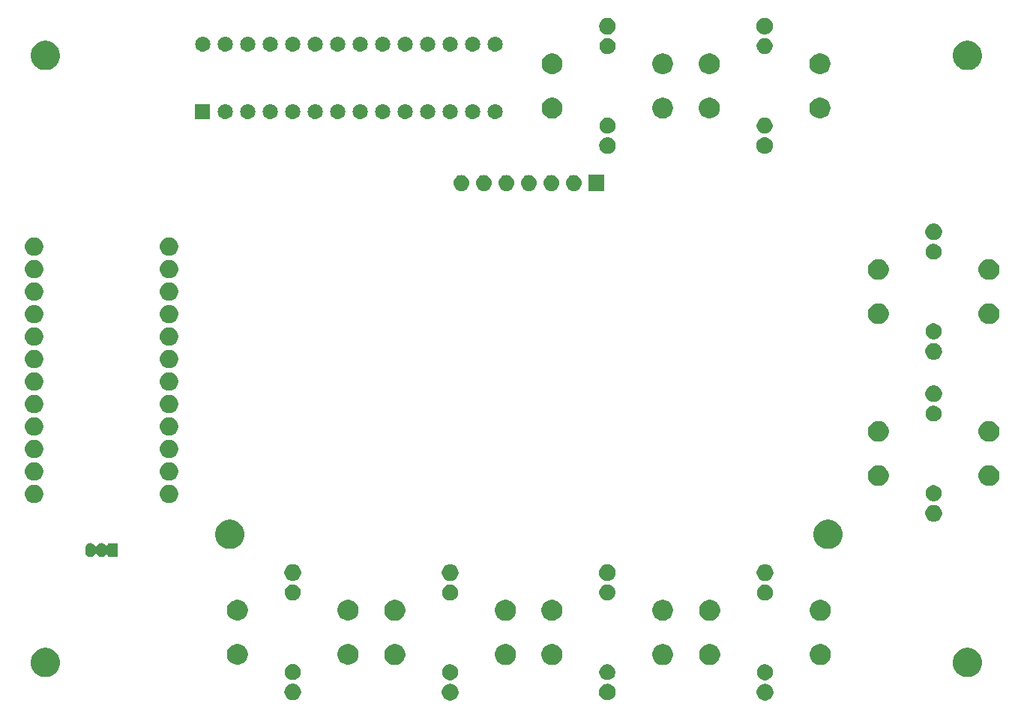
<source format=gbr>
G04 #@! TF.GenerationSoftware,KiCad,Pcbnew,(5.1.4-0)*
G04 #@! TF.CreationDate,2020-05-08T12:10:25+02:00*
G04 #@! TF.ProjectId,RPi_Teleco_PCB,5250695f-5465-46c6-9563-6f5f5043422e,rev?*
G04 #@! TF.SameCoordinates,Original*
G04 #@! TF.FileFunction,Soldermask,Bot*
G04 #@! TF.FilePolarity,Negative*
%FSLAX46Y46*%
G04 Gerber Fmt 4.6, Leading zero omitted, Abs format (unit mm)*
G04 Created by KiCad (PCBNEW (5.1.4-0)) date 2020-05-08 12:10:25*
%MOMM*%
%LPD*%
G04 APERTURE LIST*
%ADD10C,0.100000*%
G04 APERTURE END LIST*
D10*
G36*
X207220282Y-121808796D02*
G01*
X207284129Y-121821496D01*
X207393838Y-121866939D01*
X207424502Y-121879640D01*
X207455162Y-121892340D01*
X207609087Y-121995190D01*
X207739990Y-122126093D01*
X207842840Y-122280018D01*
X207908424Y-122438351D01*
X207913684Y-122451052D01*
X207947274Y-122619916D01*
X207949800Y-122632618D01*
X207949800Y-122817742D01*
X207918737Y-122973908D01*
X207913684Y-122999308D01*
X207848101Y-123157642D01*
X207842840Y-123170342D01*
X207739990Y-123324267D01*
X207609087Y-123455170D01*
X207455162Y-123558020D01*
X207284129Y-123628864D01*
X207230256Y-123639580D01*
X207102564Y-123664980D01*
X206917436Y-123664980D01*
X206789744Y-123639580D01*
X206735871Y-123628864D01*
X206564838Y-123558020D01*
X206410913Y-123455170D01*
X206280010Y-123324267D01*
X206177160Y-123170342D01*
X206171900Y-123157642D01*
X206106316Y-122999308D01*
X206101264Y-122973908D01*
X206070200Y-122817742D01*
X206070200Y-122632618D01*
X206072727Y-122619916D01*
X206106316Y-122451052D01*
X206111577Y-122438351D01*
X206177160Y-122280018D01*
X206280010Y-122126093D01*
X206410913Y-121995190D01*
X206564838Y-121892340D01*
X206595499Y-121879640D01*
X206626162Y-121866939D01*
X206735871Y-121821496D01*
X206799718Y-121808796D01*
X206917436Y-121785380D01*
X207102564Y-121785380D01*
X207220282Y-121808796D01*
X207220282Y-121808796D01*
G37*
G36*
X171660282Y-121808796D02*
G01*
X171724129Y-121821496D01*
X171833838Y-121866939D01*
X171864502Y-121879640D01*
X171895162Y-121892340D01*
X172049087Y-121995190D01*
X172179990Y-122126093D01*
X172282840Y-122280018D01*
X172348424Y-122438351D01*
X172353684Y-122451052D01*
X172387274Y-122619916D01*
X172389800Y-122632618D01*
X172389800Y-122817742D01*
X172358737Y-122973908D01*
X172353684Y-122999308D01*
X172288101Y-123157642D01*
X172282840Y-123170342D01*
X172179990Y-123324267D01*
X172049087Y-123455170D01*
X171895162Y-123558020D01*
X171724129Y-123628864D01*
X171670256Y-123639580D01*
X171542564Y-123664980D01*
X171357436Y-123664980D01*
X171229744Y-123639580D01*
X171175871Y-123628864D01*
X171004838Y-123558020D01*
X170850913Y-123455170D01*
X170720010Y-123324267D01*
X170617160Y-123170342D01*
X170611900Y-123157642D01*
X170546316Y-122999308D01*
X170541264Y-122973908D01*
X170510200Y-122817742D01*
X170510200Y-122632618D01*
X170512727Y-122619916D01*
X170546316Y-122451052D01*
X170551577Y-122438351D01*
X170617160Y-122280018D01*
X170720010Y-122126093D01*
X170850913Y-121995190D01*
X171004838Y-121892340D01*
X171035499Y-121879640D01*
X171066162Y-121866939D01*
X171175871Y-121821496D01*
X171239718Y-121808796D01*
X171357436Y-121785380D01*
X171542564Y-121785380D01*
X171660282Y-121808796D01*
X171660282Y-121808796D01*
G37*
G36*
X189414882Y-121796096D02*
G01*
X189478729Y-121808796D01*
X189599665Y-121858889D01*
X189619102Y-121866940D01*
X189649762Y-121879640D01*
X189784680Y-121969790D01*
X189803687Y-121982490D01*
X189934590Y-122113393D01*
X190037441Y-122267320D01*
X190042701Y-122280020D01*
X190103024Y-122425651D01*
X190108284Y-122438352D01*
X190144400Y-122619916D01*
X190144400Y-122805044D01*
X190120323Y-122926087D01*
X190108284Y-122986609D01*
X190058191Y-123107545D01*
X190042701Y-123144942D01*
X190037440Y-123157642D01*
X189934590Y-123311567D01*
X189803687Y-123442470D01*
X189649762Y-123545320D01*
X189649761Y-123545321D01*
X189649760Y-123545321D01*
X189619099Y-123558021D01*
X189478729Y-123616164D01*
X189418207Y-123628203D01*
X189297164Y-123652280D01*
X189112036Y-123652280D01*
X188990993Y-123628203D01*
X188930471Y-123616164D01*
X188790101Y-123558021D01*
X188759440Y-123545321D01*
X188759439Y-123545321D01*
X188759438Y-123545320D01*
X188605513Y-123442470D01*
X188474610Y-123311567D01*
X188371760Y-123157642D01*
X188366500Y-123144942D01*
X188351009Y-123107545D01*
X188300916Y-122986609D01*
X188288877Y-122926087D01*
X188264800Y-122805044D01*
X188264800Y-122619916D01*
X188300916Y-122438352D01*
X188306177Y-122425651D01*
X188366499Y-122280020D01*
X188371759Y-122267320D01*
X188474610Y-122113393D01*
X188605513Y-121982490D01*
X188624520Y-121969790D01*
X188759438Y-121879640D01*
X188790099Y-121866940D01*
X188809535Y-121858889D01*
X188930471Y-121808796D01*
X188994318Y-121796096D01*
X189112036Y-121772680D01*
X189297164Y-121772680D01*
X189414882Y-121796096D01*
X189414882Y-121796096D01*
G37*
G36*
X153883607Y-121784057D02*
G01*
X153944129Y-121796096D01*
X154115162Y-121866940D01*
X154269087Y-121969790D01*
X154399990Y-122100693D01*
X154502841Y-122254620D01*
X154508101Y-122267320D01*
X154573684Y-122425651D01*
X154585723Y-122486173D01*
X154609800Y-122607216D01*
X154609800Y-122792344D01*
X154585723Y-122913387D01*
X154573684Y-122973909D01*
X154502840Y-123144942D01*
X154399990Y-123298867D01*
X154269087Y-123429770D01*
X154115162Y-123532620D01*
X154115161Y-123532621D01*
X154115160Y-123532621D01*
X154084499Y-123545321D01*
X153944129Y-123603464D01*
X153883607Y-123615503D01*
X153762564Y-123639580D01*
X153577436Y-123639580D01*
X153456393Y-123615503D01*
X153395871Y-123603464D01*
X153255501Y-123545321D01*
X153224840Y-123532621D01*
X153224839Y-123532621D01*
X153224838Y-123532620D01*
X153070913Y-123429770D01*
X152940010Y-123298867D01*
X152837160Y-123144942D01*
X152766316Y-122973909D01*
X152754277Y-122913387D01*
X152730200Y-122792344D01*
X152730200Y-122607216D01*
X152754277Y-122486173D01*
X152766316Y-122425651D01*
X152831899Y-122267320D01*
X152837159Y-122254620D01*
X152940010Y-122100693D01*
X153070913Y-121969790D01*
X153224838Y-121866940D01*
X153395871Y-121796096D01*
X153456393Y-121784057D01*
X153577436Y-121759980D01*
X153762564Y-121759980D01*
X153883607Y-121784057D01*
X153883607Y-121784057D01*
G37*
G36*
X207272646Y-119608912D02*
G01*
X207436512Y-119676788D01*
X207436514Y-119676789D01*
X207583991Y-119775330D01*
X207709410Y-119900749D01*
X207799465Y-120035526D01*
X207807952Y-120048228D01*
X207875828Y-120212094D01*
X207910430Y-120386054D01*
X207910430Y-120563426D01*
X207875828Y-120737386D01*
X207807952Y-120901252D01*
X207807951Y-120901254D01*
X207709410Y-121048731D01*
X207583991Y-121174150D01*
X207436514Y-121272691D01*
X207436513Y-121272692D01*
X207436512Y-121272692D01*
X207272646Y-121340568D01*
X207098686Y-121375170D01*
X206921314Y-121375170D01*
X206747354Y-121340568D01*
X206583488Y-121272692D01*
X206583487Y-121272692D01*
X206583486Y-121272691D01*
X206436009Y-121174150D01*
X206310590Y-121048731D01*
X206212049Y-120901254D01*
X206212048Y-120901252D01*
X206144172Y-120737386D01*
X206109570Y-120563426D01*
X206109570Y-120386054D01*
X206144172Y-120212094D01*
X206212048Y-120048228D01*
X206220535Y-120035526D01*
X206310590Y-119900749D01*
X206436009Y-119775330D01*
X206583486Y-119676789D01*
X206583488Y-119676788D01*
X206747354Y-119608912D01*
X206921314Y-119574310D01*
X207098686Y-119574310D01*
X207272646Y-119608912D01*
X207272646Y-119608912D01*
G37*
G36*
X171712646Y-119608912D02*
G01*
X171876512Y-119676788D01*
X171876514Y-119676789D01*
X172023991Y-119775330D01*
X172149410Y-119900749D01*
X172239465Y-120035526D01*
X172247952Y-120048228D01*
X172315828Y-120212094D01*
X172350430Y-120386054D01*
X172350430Y-120563426D01*
X172315828Y-120737386D01*
X172247952Y-120901252D01*
X172247951Y-120901254D01*
X172149410Y-121048731D01*
X172023991Y-121174150D01*
X171876514Y-121272691D01*
X171876513Y-121272692D01*
X171876512Y-121272692D01*
X171712646Y-121340568D01*
X171538686Y-121375170D01*
X171361314Y-121375170D01*
X171187354Y-121340568D01*
X171023488Y-121272692D01*
X171023487Y-121272692D01*
X171023486Y-121272691D01*
X170876009Y-121174150D01*
X170750590Y-121048731D01*
X170652049Y-120901254D01*
X170652048Y-120901252D01*
X170584172Y-120737386D01*
X170549570Y-120563426D01*
X170549570Y-120386054D01*
X170584172Y-120212094D01*
X170652048Y-120048228D01*
X170660535Y-120035526D01*
X170750590Y-119900749D01*
X170876009Y-119775330D01*
X171023486Y-119676789D01*
X171023488Y-119676788D01*
X171187354Y-119608912D01*
X171361314Y-119574310D01*
X171538686Y-119574310D01*
X171712646Y-119608912D01*
X171712646Y-119608912D01*
G37*
G36*
X189467246Y-119596212D02*
G01*
X189613662Y-119656860D01*
X189631114Y-119664089D01*
X189778591Y-119762630D01*
X189904010Y-119888049D01*
X189904011Y-119888051D01*
X190002552Y-120035528D01*
X190070428Y-120199394D01*
X190105030Y-120373354D01*
X190105030Y-120550726D01*
X190070428Y-120724686D01*
X190002552Y-120888552D01*
X190002551Y-120888554D01*
X189904010Y-121036031D01*
X189778591Y-121161450D01*
X189631114Y-121259991D01*
X189631113Y-121259992D01*
X189631112Y-121259992D01*
X189467246Y-121327868D01*
X189293286Y-121362470D01*
X189115914Y-121362470D01*
X188941954Y-121327868D01*
X188778088Y-121259992D01*
X188778087Y-121259992D01*
X188778086Y-121259991D01*
X188630609Y-121161450D01*
X188505190Y-121036031D01*
X188406649Y-120888554D01*
X188406648Y-120888552D01*
X188338772Y-120724686D01*
X188304170Y-120550726D01*
X188304170Y-120373354D01*
X188338772Y-120199394D01*
X188406648Y-120035528D01*
X188505189Y-119888051D01*
X188505190Y-119888049D01*
X188630609Y-119762630D01*
X188778086Y-119664089D01*
X188795538Y-119656860D01*
X188941954Y-119596212D01*
X189115914Y-119561610D01*
X189293286Y-119561610D01*
X189467246Y-119596212D01*
X189467246Y-119596212D01*
G37*
G36*
X153932646Y-119583512D02*
G01*
X154079062Y-119644160D01*
X154096514Y-119651389D01*
X154243991Y-119749930D01*
X154369410Y-119875349D01*
X154386383Y-119900751D01*
X154467952Y-120022828D01*
X154535828Y-120186694D01*
X154570430Y-120360654D01*
X154570430Y-120538026D01*
X154535828Y-120711986D01*
X154481519Y-120843098D01*
X154467951Y-120875854D01*
X154369410Y-121023331D01*
X154243991Y-121148750D01*
X154096514Y-121247291D01*
X154096513Y-121247292D01*
X154096512Y-121247292D01*
X153932646Y-121315168D01*
X153758686Y-121349770D01*
X153581314Y-121349770D01*
X153407354Y-121315168D01*
X153243488Y-121247292D01*
X153243487Y-121247292D01*
X153243486Y-121247291D01*
X153096009Y-121148750D01*
X152970590Y-121023331D01*
X152872049Y-120875854D01*
X152858481Y-120843098D01*
X152804172Y-120711986D01*
X152769570Y-120538026D01*
X152769570Y-120360654D01*
X152804172Y-120186694D01*
X152872048Y-120022828D01*
X152953617Y-119900751D01*
X152970590Y-119875349D01*
X153096009Y-119749930D01*
X153243486Y-119651389D01*
X153260938Y-119644160D01*
X153407354Y-119583512D01*
X153581314Y-119548910D01*
X153758686Y-119548910D01*
X153932646Y-119583512D01*
X153932646Y-119583512D01*
G37*
G36*
X230245256Y-117771298D02*
G01*
X230351579Y-117792447D01*
X230564037Y-117880450D01*
X230650582Y-117916298D01*
X230652042Y-117916903D01*
X230922451Y-118097585D01*
X231152415Y-118327549D01*
X231329176Y-118592090D01*
X231333098Y-118597960D01*
X231457553Y-118898422D01*
X231521000Y-119217389D01*
X231521000Y-119542611D01*
X231496836Y-119664089D01*
X231457553Y-119861579D01*
X231333097Y-120162042D01*
X231152415Y-120432451D01*
X230922451Y-120662415D01*
X230652042Y-120843097D01*
X230351579Y-120967553D01*
X230245256Y-120988702D01*
X230032611Y-121031000D01*
X229707389Y-121031000D01*
X229494744Y-120988702D01*
X229388421Y-120967553D01*
X229087958Y-120843097D01*
X228817549Y-120662415D01*
X228587585Y-120432451D01*
X228406903Y-120162042D01*
X228282447Y-119861579D01*
X228243164Y-119664089D01*
X228219000Y-119542611D01*
X228219000Y-119217389D01*
X228282447Y-118898422D01*
X228406902Y-118597960D01*
X228410824Y-118592090D01*
X228587585Y-118327549D01*
X228817549Y-118097585D01*
X229087958Y-117916903D01*
X229089419Y-117916298D01*
X229175963Y-117880450D01*
X229388421Y-117792447D01*
X229494744Y-117771298D01*
X229707389Y-117729000D01*
X230032611Y-117729000D01*
X230245256Y-117771298D01*
X230245256Y-117771298D01*
G37*
G36*
X126105256Y-117771298D02*
G01*
X126211579Y-117792447D01*
X126424037Y-117880450D01*
X126510582Y-117916298D01*
X126512042Y-117916903D01*
X126782451Y-118097585D01*
X127012415Y-118327549D01*
X127189176Y-118592090D01*
X127193098Y-118597960D01*
X127317553Y-118898422D01*
X127381000Y-119217389D01*
X127381000Y-119542611D01*
X127356836Y-119664089D01*
X127317553Y-119861579D01*
X127193097Y-120162042D01*
X127012415Y-120432451D01*
X126782451Y-120662415D01*
X126512042Y-120843097D01*
X126211579Y-120967553D01*
X126105256Y-120988702D01*
X125892611Y-121031000D01*
X125567389Y-121031000D01*
X125354744Y-120988702D01*
X125248421Y-120967553D01*
X124947958Y-120843097D01*
X124677549Y-120662415D01*
X124447585Y-120432451D01*
X124266903Y-120162042D01*
X124142447Y-119861579D01*
X124103164Y-119664089D01*
X124079000Y-119542611D01*
X124079000Y-119217389D01*
X124142447Y-118898422D01*
X124266902Y-118597960D01*
X124270824Y-118592090D01*
X124447585Y-118327549D01*
X124677549Y-118097585D01*
X124947958Y-117916903D01*
X124949419Y-117916298D01*
X125035963Y-117880450D01*
X125248421Y-117792447D01*
X125354744Y-117771298D01*
X125567389Y-117729000D01*
X125892611Y-117729000D01*
X126105256Y-117771298D01*
X126105256Y-117771298D01*
G37*
G36*
X178042913Y-117340048D02*
G01*
X178257862Y-117429083D01*
X178451305Y-117558337D01*
X178615823Y-117722855D01*
X178745077Y-117916298D01*
X178834112Y-118131247D01*
X178879500Y-118359430D01*
X178879500Y-118592090D01*
X178834112Y-118820273D01*
X178745077Y-119035222D01*
X178615823Y-119228665D01*
X178451305Y-119393183D01*
X178257862Y-119522437D01*
X178042913Y-119611472D01*
X177814730Y-119656860D01*
X177582070Y-119656860D01*
X177353887Y-119611472D01*
X177138938Y-119522437D01*
X176945495Y-119393183D01*
X176780977Y-119228665D01*
X176651723Y-119035222D01*
X176562688Y-118820273D01*
X176517300Y-118592090D01*
X176517300Y-118359430D01*
X176562688Y-118131247D01*
X176651723Y-117916298D01*
X176780977Y-117722855D01*
X176945495Y-117558337D01*
X177138938Y-117429083D01*
X177353887Y-117340048D01*
X177582070Y-117294660D01*
X177814730Y-117294660D01*
X178042913Y-117340048D01*
X178042913Y-117340048D01*
G37*
G36*
X213602913Y-117340048D02*
G01*
X213817862Y-117429083D01*
X214011305Y-117558337D01*
X214175823Y-117722855D01*
X214305077Y-117916298D01*
X214394112Y-118131247D01*
X214439500Y-118359430D01*
X214439500Y-118592090D01*
X214394112Y-118820273D01*
X214305077Y-119035222D01*
X214175823Y-119228665D01*
X214011305Y-119393183D01*
X213817862Y-119522437D01*
X213602913Y-119611472D01*
X213374730Y-119656860D01*
X213142070Y-119656860D01*
X212913887Y-119611472D01*
X212698938Y-119522437D01*
X212505495Y-119393183D01*
X212340977Y-119228665D01*
X212211723Y-119035222D01*
X212122688Y-118820273D01*
X212077300Y-118592090D01*
X212077300Y-118359430D01*
X212122688Y-118131247D01*
X212211723Y-117916298D01*
X212340977Y-117722855D01*
X212505495Y-117558337D01*
X212698938Y-117429083D01*
X212913887Y-117340048D01*
X213142070Y-117294660D01*
X213374730Y-117294660D01*
X213602913Y-117340048D01*
X213602913Y-117340048D01*
G37*
G36*
X201106113Y-117340048D02*
G01*
X201321062Y-117429083D01*
X201514505Y-117558337D01*
X201679023Y-117722855D01*
X201808277Y-117916298D01*
X201897312Y-118131247D01*
X201942700Y-118359430D01*
X201942700Y-118592090D01*
X201897312Y-118820273D01*
X201808277Y-119035222D01*
X201679023Y-119228665D01*
X201514505Y-119393183D01*
X201321062Y-119522437D01*
X201106113Y-119611472D01*
X200877930Y-119656860D01*
X200645270Y-119656860D01*
X200417087Y-119611472D01*
X200202138Y-119522437D01*
X200008695Y-119393183D01*
X199844177Y-119228665D01*
X199714923Y-119035222D01*
X199625888Y-118820273D01*
X199580500Y-118592090D01*
X199580500Y-118359430D01*
X199625888Y-118131247D01*
X199714923Y-117916298D01*
X199844177Y-117722855D01*
X200008695Y-117558337D01*
X200202138Y-117429083D01*
X200417087Y-117340048D01*
X200645270Y-117294660D01*
X200877930Y-117294660D01*
X201106113Y-117340048D01*
X201106113Y-117340048D01*
G37*
G36*
X165546113Y-117340048D02*
G01*
X165761062Y-117429083D01*
X165954505Y-117558337D01*
X166119023Y-117722855D01*
X166248277Y-117916298D01*
X166337312Y-118131247D01*
X166382700Y-118359430D01*
X166382700Y-118592090D01*
X166337312Y-118820273D01*
X166248277Y-119035222D01*
X166119023Y-119228665D01*
X165954505Y-119393183D01*
X165761062Y-119522437D01*
X165546113Y-119611472D01*
X165317930Y-119656860D01*
X165085270Y-119656860D01*
X164857087Y-119611472D01*
X164642138Y-119522437D01*
X164448695Y-119393183D01*
X164284177Y-119228665D01*
X164154923Y-119035222D01*
X164065888Y-118820273D01*
X164020500Y-118592090D01*
X164020500Y-118359430D01*
X164065888Y-118131247D01*
X164154923Y-117916298D01*
X164284177Y-117722855D01*
X164448695Y-117558337D01*
X164642138Y-117429083D01*
X164857087Y-117340048D01*
X165085270Y-117294660D01*
X165317930Y-117294660D01*
X165546113Y-117340048D01*
X165546113Y-117340048D01*
G37*
G36*
X195797513Y-117327348D02*
G01*
X196012462Y-117416383D01*
X196205905Y-117545637D01*
X196370423Y-117710155D01*
X196499677Y-117903598D01*
X196588712Y-118118547D01*
X196634100Y-118346730D01*
X196634100Y-118579390D01*
X196588712Y-118807573D01*
X196499677Y-119022522D01*
X196370423Y-119215965D01*
X196205905Y-119380483D01*
X196012462Y-119509737D01*
X195797513Y-119598772D01*
X195569330Y-119644160D01*
X195336670Y-119644160D01*
X195108487Y-119598772D01*
X194893538Y-119509737D01*
X194700095Y-119380483D01*
X194535577Y-119215965D01*
X194406323Y-119022522D01*
X194317288Y-118807573D01*
X194271900Y-118579390D01*
X194271900Y-118346730D01*
X194317288Y-118118547D01*
X194406323Y-117903598D01*
X194535577Y-117710155D01*
X194700095Y-117545637D01*
X194893538Y-117416383D01*
X195108487Y-117327348D01*
X195336670Y-117281960D01*
X195569330Y-117281960D01*
X195797513Y-117327348D01*
X195797513Y-117327348D01*
G37*
G36*
X183300713Y-117327348D02*
G01*
X183515662Y-117416383D01*
X183709105Y-117545637D01*
X183873623Y-117710155D01*
X184002877Y-117903598D01*
X184091912Y-118118547D01*
X184137300Y-118346730D01*
X184137300Y-118579390D01*
X184091912Y-118807573D01*
X184002877Y-119022522D01*
X183873623Y-119215965D01*
X183709105Y-119380483D01*
X183515662Y-119509737D01*
X183300713Y-119598772D01*
X183072530Y-119644160D01*
X182839870Y-119644160D01*
X182611687Y-119598772D01*
X182396738Y-119509737D01*
X182203295Y-119380483D01*
X182038777Y-119215965D01*
X181909523Y-119022522D01*
X181820488Y-118807573D01*
X181775100Y-118579390D01*
X181775100Y-118346730D01*
X181820488Y-118118547D01*
X181909523Y-117903598D01*
X182038777Y-117710155D01*
X182203295Y-117545637D01*
X182396738Y-117416383D01*
X182611687Y-117327348D01*
X182839870Y-117281960D01*
X183072530Y-117281960D01*
X183300713Y-117327348D01*
X183300713Y-117327348D01*
G37*
G36*
X160262913Y-117314648D02*
G01*
X160477862Y-117403683D01*
X160671305Y-117532937D01*
X160835823Y-117697455D01*
X160965077Y-117890898D01*
X161054112Y-118105847D01*
X161099500Y-118334030D01*
X161099500Y-118566690D01*
X161054112Y-118794873D01*
X160965077Y-119009822D01*
X160835823Y-119203265D01*
X160671305Y-119367783D01*
X160477862Y-119497037D01*
X160262913Y-119586072D01*
X160034730Y-119631460D01*
X159802070Y-119631460D01*
X159573887Y-119586072D01*
X159358938Y-119497037D01*
X159165495Y-119367783D01*
X159000977Y-119203265D01*
X158871723Y-119009822D01*
X158782688Y-118794873D01*
X158737300Y-118566690D01*
X158737300Y-118334030D01*
X158782688Y-118105847D01*
X158871723Y-117890898D01*
X159000977Y-117697455D01*
X159165495Y-117532937D01*
X159358938Y-117403683D01*
X159573887Y-117314648D01*
X159802070Y-117269260D01*
X160034730Y-117269260D01*
X160262913Y-117314648D01*
X160262913Y-117314648D01*
G37*
G36*
X147766113Y-117314648D02*
G01*
X147981062Y-117403683D01*
X148174505Y-117532937D01*
X148339023Y-117697455D01*
X148468277Y-117890898D01*
X148557312Y-118105847D01*
X148602700Y-118334030D01*
X148602700Y-118566690D01*
X148557312Y-118794873D01*
X148468277Y-119009822D01*
X148339023Y-119203265D01*
X148174505Y-119367783D01*
X147981062Y-119497037D01*
X147766113Y-119586072D01*
X147537930Y-119631460D01*
X147305270Y-119631460D01*
X147077087Y-119586072D01*
X146862138Y-119497037D01*
X146668695Y-119367783D01*
X146504177Y-119203265D01*
X146374923Y-119009822D01*
X146285888Y-118794873D01*
X146240500Y-118566690D01*
X146240500Y-118334030D01*
X146285888Y-118105847D01*
X146374923Y-117890898D01*
X146504177Y-117697455D01*
X146668695Y-117532937D01*
X146862138Y-117403683D01*
X147077087Y-117314648D01*
X147305270Y-117269260D01*
X147537930Y-117269260D01*
X147766113Y-117314648D01*
X147766113Y-117314648D01*
G37*
G36*
X165546113Y-112341328D02*
G01*
X165761062Y-112430363D01*
X165954505Y-112559617D01*
X166119023Y-112724135D01*
X166248277Y-112917578D01*
X166337312Y-113132527D01*
X166382700Y-113360710D01*
X166382700Y-113593370D01*
X166337312Y-113821553D01*
X166248277Y-114036502D01*
X166119023Y-114229945D01*
X165954505Y-114394463D01*
X165761062Y-114523717D01*
X165546113Y-114612752D01*
X165317930Y-114658140D01*
X165085270Y-114658140D01*
X164857087Y-114612752D01*
X164642138Y-114523717D01*
X164448695Y-114394463D01*
X164284177Y-114229945D01*
X164154923Y-114036502D01*
X164065888Y-113821553D01*
X164020500Y-113593370D01*
X164020500Y-113360710D01*
X164065888Y-113132527D01*
X164154923Y-112917578D01*
X164284177Y-112724135D01*
X164448695Y-112559617D01*
X164642138Y-112430363D01*
X164857087Y-112341328D01*
X165085270Y-112295940D01*
X165317930Y-112295940D01*
X165546113Y-112341328D01*
X165546113Y-112341328D01*
G37*
G36*
X178042913Y-112341328D02*
G01*
X178257862Y-112430363D01*
X178451305Y-112559617D01*
X178615823Y-112724135D01*
X178745077Y-112917578D01*
X178834112Y-113132527D01*
X178879500Y-113360710D01*
X178879500Y-113593370D01*
X178834112Y-113821553D01*
X178745077Y-114036502D01*
X178615823Y-114229945D01*
X178451305Y-114394463D01*
X178257862Y-114523717D01*
X178042913Y-114612752D01*
X177814730Y-114658140D01*
X177582070Y-114658140D01*
X177353887Y-114612752D01*
X177138938Y-114523717D01*
X176945495Y-114394463D01*
X176780977Y-114229945D01*
X176651723Y-114036502D01*
X176562688Y-113821553D01*
X176517300Y-113593370D01*
X176517300Y-113360710D01*
X176562688Y-113132527D01*
X176651723Y-112917578D01*
X176780977Y-112724135D01*
X176945495Y-112559617D01*
X177138938Y-112430363D01*
X177353887Y-112341328D01*
X177582070Y-112295940D01*
X177814730Y-112295940D01*
X178042913Y-112341328D01*
X178042913Y-112341328D01*
G37*
G36*
X213602913Y-112341328D02*
G01*
X213817862Y-112430363D01*
X214011305Y-112559617D01*
X214175823Y-112724135D01*
X214305077Y-112917578D01*
X214394112Y-113132527D01*
X214439500Y-113360710D01*
X214439500Y-113593370D01*
X214394112Y-113821553D01*
X214305077Y-114036502D01*
X214175823Y-114229945D01*
X214011305Y-114394463D01*
X213817862Y-114523717D01*
X213602913Y-114612752D01*
X213374730Y-114658140D01*
X213142070Y-114658140D01*
X212913887Y-114612752D01*
X212698938Y-114523717D01*
X212505495Y-114394463D01*
X212340977Y-114229945D01*
X212211723Y-114036502D01*
X212122688Y-113821553D01*
X212077300Y-113593370D01*
X212077300Y-113360710D01*
X212122688Y-113132527D01*
X212211723Y-112917578D01*
X212340977Y-112724135D01*
X212505495Y-112559617D01*
X212698938Y-112430363D01*
X212913887Y-112341328D01*
X213142070Y-112295940D01*
X213374730Y-112295940D01*
X213602913Y-112341328D01*
X213602913Y-112341328D01*
G37*
G36*
X201106113Y-112341328D02*
G01*
X201321062Y-112430363D01*
X201514505Y-112559617D01*
X201679023Y-112724135D01*
X201808277Y-112917578D01*
X201897312Y-113132527D01*
X201942700Y-113360710D01*
X201942700Y-113593370D01*
X201897312Y-113821553D01*
X201808277Y-114036502D01*
X201679023Y-114229945D01*
X201514505Y-114394463D01*
X201321062Y-114523717D01*
X201106113Y-114612752D01*
X200877930Y-114658140D01*
X200645270Y-114658140D01*
X200417087Y-114612752D01*
X200202138Y-114523717D01*
X200008695Y-114394463D01*
X199844177Y-114229945D01*
X199714923Y-114036502D01*
X199625888Y-113821553D01*
X199580500Y-113593370D01*
X199580500Y-113360710D01*
X199625888Y-113132527D01*
X199714923Y-112917578D01*
X199844177Y-112724135D01*
X200008695Y-112559617D01*
X200202138Y-112430363D01*
X200417087Y-112341328D01*
X200645270Y-112295940D01*
X200877930Y-112295940D01*
X201106113Y-112341328D01*
X201106113Y-112341328D01*
G37*
G36*
X183300713Y-112328628D02*
G01*
X183515662Y-112417663D01*
X183709105Y-112546917D01*
X183873623Y-112711435D01*
X184002877Y-112904878D01*
X184091912Y-113119827D01*
X184137300Y-113348010D01*
X184137300Y-113580670D01*
X184091912Y-113808853D01*
X184002877Y-114023802D01*
X183873623Y-114217245D01*
X183709105Y-114381763D01*
X183515662Y-114511017D01*
X183300713Y-114600052D01*
X183072530Y-114645440D01*
X182839870Y-114645440D01*
X182611687Y-114600052D01*
X182396738Y-114511017D01*
X182203295Y-114381763D01*
X182038777Y-114217245D01*
X181909523Y-114023802D01*
X181820488Y-113808853D01*
X181775100Y-113580670D01*
X181775100Y-113348010D01*
X181820488Y-113119827D01*
X181909523Y-112904878D01*
X182038777Y-112711435D01*
X182203295Y-112546917D01*
X182396738Y-112417663D01*
X182611687Y-112328628D01*
X182839870Y-112283240D01*
X183072530Y-112283240D01*
X183300713Y-112328628D01*
X183300713Y-112328628D01*
G37*
G36*
X195797513Y-112328628D02*
G01*
X196012462Y-112417663D01*
X196205905Y-112546917D01*
X196370423Y-112711435D01*
X196499677Y-112904878D01*
X196588712Y-113119827D01*
X196634100Y-113348010D01*
X196634100Y-113580670D01*
X196588712Y-113808853D01*
X196499677Y-114023802D01*
X196370423Y-114217245D01*
X196205905Y-114381763D01*
X196012462Y-114511017D01*
X195797513Y-114600052D01*
X195569330Y-114645440D01*
X195336670Y-114645440D01*
X195108487Y-114600052D01*
X194893538Y-114511017D01*
X194700095Y-114381763D01*
X194535577Y-114217245D01*
X194406323Y-114023802D01*
X194317288Y-113808853D01*
X194271900Y-113580670D01*
X194271900Y-113348010D01*
X194317288Y-113119827D01*
X194406323Y-112904878D01*
X194535577Y-112711435D01*
X194700095Y-112546917D01*
X194893538Y-112417663D01*
X195108487Y-112328628D01*
X195336670Y-112283240D01*
X195569330Y-112283240D01*
X195797513Y-112328628D01*
X195797513Y-112328628D01*
G37*
G36*
X160262913Y-112315928D02*
G01*
X160477862Y-112404963D01*
X160671305Y-112534217D01*
X160835823Y-112698735D01*
X160965077Y-112892178D01*
X161054112Y-113107127D01*
X161099500Y-113335310D01*
X161099500Y-113567970D01*
X161054112Y-113796153D01*
X160965077Y-114011102D01*
X160835823Y-114204545D01*
X160671305Y-114369063D01*
X160477862Y-114498317D01*
X160262913Y-114587352D01*
X160034730Y-114632740D01*
X159802070Y-114632740D01*
X159573887Y-114587352D01*
X159358938Y-114498317D01*
X159165495Y-114369063D01*
X159000977Y-114204545D01*
X158871723Y-114011102D01*
X158782688Y-113796153D01*
X158737300Y-113567970D01*
X158737300Y-113335310D01*
X158782688Y-113107127D01*
X158871723Y-112892178D01*
X159000977Y-112698735D01*
X159165495Y-112534217D01*
X159358938Y-112404963D01*
X159573887Y-112315928D01*
X159802070Y-112270540D01*
X160034730Y-112270540D01*
X160262913Y-112315928D01*
X160262913Y-112315928D01*
G37*
G36*
X147766113Y-112315928D02*
G01*
X147981062Y-112404963D01*
X148174505Y-112534217D01*
X148339023Y-112698735D01*
X148468277Y-112892178D01*
X148557312Y-113107127D01*
X148602700Y-113335310D01*
X148602700Y-113567970D01*
X148557312Y-113796153D01*
X148468277Y-114011102D01*
X148339023Y-114204545D01*
X148174505Y-114369063D01*
X147981062Y-114498317D01*
X147766113Y-114587352D01*
X147537930Y-114632740D01*
X147305270Y-114632740D01*
X147077087Y-114587352D01*
X146862138Y-114498317D01*
X146668695Y-114369063D01*
X146504177Y-114204545D01*
X146374923Y-114011102D01*
X146285888Y-113796153D01*
X146240500Y-113567970D01*
X146240500Y-113335310D01*
X146285888Y-113107127D01*
X146374923Y-112892178D01*
X146504177Y-112698735D01*
X146668695Y-112534217D01*
X146862138Y-112404963D01*
X147077087Y-112315928D01*
X147305270Y-112270540D01*
X147537930Y-112270540D01*
X147766113Y-112315928D01*
X147766113Y-112315928D01*
G37*
G36*
X207272646Y-110612232D02*
G01*
X207436512Y-110680108D01*
X207436514Y-110680109D01*
X207583991Y-110778650D01*
X207709410Y-110904069D01*
X207799465Y-111038846D01*
X207807952Y-111051548D01*
X207875828Y-111215414D01*
X207910430Y-111389374D01*
X207910430Y-111566746D01*
X207875828Y-111740706D01*
X207807952Y-111904572D01*
X207807951Y-111904574D01*
X207709410Y-112052051D01*
X207583991Y-112177470D01*
X207436514Y-112276011D01*
X207436513Y-112276012D01*
X207436512Y-112276012D01*
X207272646Y-112343888D01*
X207098686Y-112378490D01*
X206921314Y-112378490D01*
X206747354Y-112343888D01*
X206583488Y-112276012D01*
X206583487Y-112276012D01*
X206583486Y-112276011D01*
X206436009Y-112177470D01*
X206310590Y-112052051D01*
X206212049Y-111904574D01*
X206212048Y-111904572D01*
X206144172Y-111740706D01*
X206109570Y-111566746D01*
X206109570Y-111389374D01*
X206144172Y-111215414D01*
X206212048Y-111051548D01*
X206220535Y-111038846D01*
X206310590Y-110904069D01*
X206436009Y-110778650D01*
X206583486Y-110680109D01*
X206583488Y-110680108D01*
X206747354Y-110612232D01*
X206921314Y-110577630D01*
X207098686Y-110577630D01*
X207272646Y-110612232D01*
X207272646Y-110612232D01*
G37*
G36*
X171712646Y-110612232D02*
G01*
X171876512Y-110680108D01*
X171876514Y-110680109D01*
X172023991Y-110778650D01*
X172149410Y-110904069D01*
X172239465Y-111038846D01*
X172247952Y-111051548D01*
X172315828Y-111215414D01*
X172350430Y-111389374D01*
X172350430Y-111566746D01*
X172315828Y-111740706D01*
X172247952Y-111904572D01*
X172247951Y-111904574D01*
X172149410Y-112052051D01*
X172023991Y-112177470D01*
X171876514Y-112276011D01*
X171876513Y-112276012D01*
X171876512Y-112276012D01*
X171712646Y-112343888D01*
X171538686Y-112378490D01*
X171361314Y-112378490D01*
X171187354Y-112343888D01*
X171023488Y-112276012D01*
X171023487Y-112276012D01*
X171023486Y-112276011D01*
X170876009Y-112177470D01*
X170750590Y-112052051D01*
X170652049Y-111904574D01*
X170652048Y-111904572D01*
X170584172Y-111740706D01*
X170549570Y-111566746D01*
X170549570Y-111389374D01*
X170584172Y-111215414D01*
X170652048Y-111051548D01*
X170660535Y-111038846D01*
X170750590Y-110904069D01*
X170876009Y-110778650D01*
X171023486Y-110680109D01*
X171023488Y-110680108D01*
X171187354Y-110612232D01*
X171361314Y-110577630D01*
X171538686Y-110577630D01*
X171712646Y-110612232D01*
X171712646Y-110612232D01*
G37*
G36*
X189467246Y-110599532D02*
G01*
X189631112Y-110667408D01*
X189631114Y-110667409D01*
X189778591Y-110765950D01*
X189904010Y-110891369D01*
X189904011Y-110891371D01*
X190002552Y-111038848D01*
X190070428Y-111202714D01*
X190105030Y-111376674D01*
X190105030Y-111554046D01*
X190070428Y-111728006D01*
X190002552Y-111891872D01*
X190002551Y-111891874D01*
X189904010Y-112039351D01*
X189778591Y-112164770D01*
X189631114Y-112263311D01*
X189631113Y-112263312D01*
X189631112Y-112263312D01*
X189467246Y-112331188D01*
X189293286Y-112365790D01*
X189115914Y-112365790D01*
X188941954Y-112331188D01*
X188778088Y-112263312D01*
X188778087Y-112263312D01*
X188778086Y-112263311D01*
X188630609Y-112164770D01*
X188505190Y-112039351D01*
X188406649Y-111891874D01*
X188406648Y-111891872D01*
X188338772Y-111728006D01*
X188304170Y-111554046D01*
X188304170Y-111376674D01*
X188338772Y-111202714D01*
X188406648Y-111038848D01*
X188505189Y-110891371D01*
X188505190Y-110891369D01*
X188630609Y-110765950D01*
X188778086Y-110667409D01*
X188778088Y-110667408D01*
X188941954Y-110599532D01*
X189115914Y-110564930D01*
X189293286Y-110564930D01*
X189467246Y-110599532D01*
X189467246Y-110599532D01*
G37*
G36*
X153932646Y-110586832D02*
G01*
X154096512Y-110654708D01*
X154096514Y-110654709D01*
X154243991Y-110753250D01*
X154369410Y-110878669D01*
X154386383Y-110904071D01*
X154467952Y-111026148D01*
X154535828Y-111190014D01*
X154570430Y-111363974D01*
X154570430Y-111541346D01*
X154535828Y-111715306D01*
X154467952Y-111879172D01*
X154467951Y-111879174D01*
X154369410Y-112026651D01*
X154243991Y-112152070D01*
X154096514Y-112250611D01*
X154096513Y-112250612D01*
X154096512Y-112250612D01*
X153932646Y-112318488D01*
X153758686Y-112353090D01*
X153581314Y-112353090D01*
X153407354Y-112318488D01*
X153243488Y-112250612D01*
X153243487Y-112250612D01*
X153243486Y-112250611D01*
X153096009Y-112152070D01*
X152970590Y-112026651D01*
X152872049Y-111879174D01*
X152872048Y-111879172D01*
X152804172Y-111715306D01*
X152769570Y-111541346D01*
X152769570Y-111363974D01*
X152804172Y-111190014D01*
X152872048Y-111026148D01*
X152953617Y-110904071D01*
X152970590Y-110878669D01*
X153096009Y-110753250D01*
X153243486Y-110654709D01*
X153243488Y-110654708D01*
X153407354Y-110586832D01*
X153581314Y-110552230D01*
X153758686Y-110552230D01*
X153932646Y-110586832D01*
X153932646Y-110586832D01*
G37*
G36*
X171660282Y-108311236D02*
G01*
X171724129Y-108323936D01*
X171833838Y-108369379D01*
X171864502Y-108382080D01*
X171895162Y-108394780D01*
X172049087Y-108497630D01*
X172179990Y-108628533D01*
X172282840Y-108782458D01*
X172348424Y-108940791D01*
X172353684Y-108953492D01*
X172387274Y-109122356D01*
X172389800Y-109135058D01*
X172389800Y-109320182D01*
X172358737Y-109476348D01*
X172353684Y-109501748D01*
X172288101Y-109660082D01*
X172282840Y-109672782D01*
X172179990Y-109826707D01*
X172049087Y-109957610D01*
X171895162Y-110060460D01*
X171724129Y-110131304D01*
X171670256Y-110142020D01*
X171542564Y-110167420D01*
X171357436Y-110167420D01*
X171229744Y-110142020D01*
X171175871Y-110131304D01*
X171004838Y-110060460D01*
X170850913Y-109957610D01*
X170720010Y-109826707D01*
X170617160Y-109672782D01*
X170611900Y-109660082D01*
X170546316Y-109501748D01*
X170541264Y-109476348D01*
X170510200Y-109320182D01*
X170510200Y-109135058D01*
X170512727Y-109122356D01*
X170546316Y-108953492D01*
X170551577Y-108940791D01*
X170617160Y-108782458D01*
X170720010Y-108628533D01*
X170850913Y-108497630D01*
X171004838Y-108394780D01*
X171035499Y-108382080D01*
X171066162Y-108369379D01*
X171175871Y-108323936D01*
X171239718Y-108311236D01*
X171357436Y-108287820D01*
X171542564Y-108287820D01*
X171660282Y-108311236D01*
X171660282Y-108311236D01*
G37*
G36*
X207220282Y-108311236D02*
G01*
X207284129Y-108323936D01*
X207393838Y-108369379D01*
X207424502Y-108382080D01*
X207455162Y-108394780D01*
X207609087Y-108497630D01*
X207739990Y-108628533D01*
X207842840Y-108782458D01*
X207908424Y-108940791D01*
X207913684Y-108953492D01*
X207947274Y-109122356D01*
X207949800Y-109135058D01*
X207949800Y-109320182D01*
X207918737Y-109476348D01*
X207913684Y-109501748D01*
X207848101Y-109660082D01*
X207842840Y-109672782D01*
X207739990Y-109826707D01*
X207609087Y-109957610D01*
X207455162Y-110060460D01*
X207284129Y-110131304D01*
X207230256Y-110142020D01*
X207102564Y-110167420D01*
X206917436Y-110167420D01*
X206789744Y-110142020D01*
X206735871Y-110131304D01*
X206564838Y-110060460D01*
X206410913Y-109957610D01*
X206280010Y-109826707D01*
X206177160Y-109672782D01*
X206171900Y-109660082D01*
X206106316Y-109501748D01*
X206101264Y-109476348D01*
X206070200Y-109320182D01*
X206070200Y-109135058D01*
X206072727Y-109122356D01*
X206106316Y-108953492D01*
X206111577Y-108940791D01*
X206177160Y-108782458D01*
X206280010Y-108628533D01*
X206410913Y-108497630D01*
X206564838Y-108394780D01*
X206595499Y-108382080D01*
X206626162Y-108369379D01*
X206735871Y-108323936D01*
X206799718Y-108311236D01*
X206917436Y-108287820D01*
X207102564Y-108287820D01*
X207220282Y-108311236D01*
X207220282Y-108311236D01*
G37*
G36*
X189414882Y-108298536D02*
G01*
X189478729Y-108311236D01*
X189599665Y-108361329D01*
X189619102Y-108369380D01*
X189649762Y-108382080D01*
X189784680Y-108472230D01*
X189803687Y-108484930D01*
X189934590Y-108615833D01*
X190037441Y-108769760D01*
X190042701Y-108782460D01*
X190103024Y-108928091D01*
X190108284Y-108940792D01*
X190144400Y-109122356D01*
X190144400Y-109307484D01*
X190120323Y-109428527D01*
X190108284Y-109489049D01*
X190058191Y-109609985D01*
X190042701Y-109647382D01*
X190037440Y-109660082D01*
X189934590Y-109814007D01*
X189803687Y-109944910D01*
X189649762Y-110047760D01*
X189649761Y-110047761D01*
X189649760Y-110047761D01*
X189619099Y-110060461D01*
X189478729Y-110118604D01*
X189418207Y-110130643D01*
X189297164Y-110154720D01*
X189112036Y-110154720D01*
X188990993Y-110130643D01*
X188930471Y-110118604D01*
X188790101Y-110060461D01*
X188759440Y-110047761D01*
X188759439Y-110047761D01*
X188759438Y-110047760D01*
X188605513Y-109944910D01*
X188474610Y-109814007D01*
X188371760Y-109660082D01*
X188366500Y-109647382D01*
X188351009Y-109609985D01*
X188300916Y-109489049D01*
X188288877Y-109428527D01*
X188264800Y-109307484D01*
X188264800Y-109122356D01*
X188300916Y-108940792D01*
X188306177Y-108928091D01*
X188366499Y-108782460D01*
X188371759Y-108769760D01*
X188474610Y-108615833D01*
X188605513Y-108484930D01*
X188624520Y-108472230D01*
X188759438Y-108382080D01*
X188790099Y-108369380D01*
X188809535Y-108361329D01*
X188930471Y-108311236D01*
X188994318Y-108298536D01*
X189112036Y-108275120D01*
X189297164Y-108275120D01*
X189414882Y-108298536D01*
X189414882Y-108298536D01*
G37*
G36*
X153883607Y-108286497D02*
G01*
X153944129Y-108298536D01*
X154115162Y-108369380D01*
X154269087Y-108472230D01*
X154399990Y-108603133D01*
X154502841Y-108757060D01*
X154508101Y-108769760D01*
X154573684Y-108928091D01*
X154585723Y-108988613D01*
X154609800Y-109109656D01*
X154609800Y-109294784D01*
X154585723Y-109415827D01*
X154573684Y-109476349D01*
X154502840Y-109647382D01*
X154399990Y-109801307D01*
X154269087Y-109932210D01*
X154115162Y-110035060D01*
X154115161Y-110035061D01*
X154115160Y-110035061D01*
X154084499Y-110047761D01*
X153944129Y-110105904D01*
X153883607Y-110117943D01*
X153762564Y-110142020D01*
X153577436Y-110142020D01*
X153456393Y-110117943D01*
X153395871Y-110105904D01*
X153255501Y-110047761D01*
X153224840Y-110035061D01*
X153224839Y-110035061D01*
X153224838Y-110035060D01*
X153070913Y-109932210D01*
X152940010Y-109801307D01*
X152837160Y-109647382D01*
X152766316Y-109476349D01*
X152754277Y-109415827D01*
X152730200Y-109294784D01*
X152730200Y-109109656D01*
X152754277Y-108988613D01*
X152766316Y-108928091D01*
X152831899Y-108769760D01*
X152837159Y-108757060D01*
X152940010Y-108603133D01*
X153070913Y-108472230D01*
X153224838Y-108369380D01*
X153395871Y-108298536D01*
X153456393Y-108286497D01*
X153577436Y-108262420D01*
X153762564Y-108262420D01*
X153883607Y-108286497D01*
X153883607Y-108286497D01*
G37*
G36*
X132192916Y-105887334D02*
G01*
X132301492Y-105920271D01*
X132301495Y-105920272D01*
X132337601Y-105939571D01*
X132401557Y-105973756D01*
X132489264Y-106045736D01*
X132552383Y-106122646D01*
X132569702Y-106139965D01*
X132590077Y-106153579D01*
X132612716Y-106162957D01*
X132636749Y-106167737D01*
X132661253Y-106167737D01*
X132685286Y-106162957D01*
X132707925Y-106153579D01*
X132728299Y-106139966D01*
X132745626Y-106122639D01*
X132759240Y-106102264D01*
X132768618Y-106079625D01*
X132773398Y-106055592D01*
X132774000Y-106043340D01*
X132774000Y-105879000D01*
X133926000Y-105879000D01*
X133926000Y-107481000D01*
X132774000Y-107481000D01*
X132774000Y-107316660D01*
X132771598Y-107292274D01*
X132764485Y-107268825D01*
X132752934Y-107247214D01*
X132737389Y-107228272D01*
X132718447Y-107212727D01*
X132696836Y-107201176D01*
X132673387Y-107194063D01*
X132649001Y-107191661D01*
X132624615Y-107194063D01*
X132601166Y-107201176D01*
X132579555Y-107212727D01*
X132552381Y-107237356D01*
X132489264Y-107314264D01*
X132401556Y-107386244D01*
X132337600Y-107420429D01*
X132301494Y-107439728D01*
X132301491Y-107439729D01*
X132192915Y-107472666D01*
X132080000Y-107483787D01*
X131967084Y-107472666D01*
X131858508Y-107439729D01*
X131858505Y-107439728D01*
X131822399Y-107420429D01*
X131758443Y-107386244D01*
X131670736Y-107314264D01*
X131598756Y-107226556D01*
X131555239Y-107145140D01*
X131541625Y-107124766D01*
X131524298Y-107107439D01*
X131503924Y-107093825D01*
X131481285Y-107084448D01*
X131457251Y-107079668D01*
X131432747Y-107079668D01*
X131408714Y-107084449D01*
X131386075Y-107093826D01*
X131365701Y-107107440D01*
X131348374Y-107124767D01*
X131334762Y-107145140D01*
X131291244Y-107226557D01*
X131219264Y-107314264D01*
X131131556Y-107386244D01*
X131067600Y-107420429D01*
X131031494Y-107439728D01*
X131031491Y-107439729D01*
X130922915Y-107472666D01*
X130810000Y-107483787D01*
X130697084Y-107472666D01*
X130588508Y-107439729D01*
X130588505Y-107439728D01*
X130552399Y-107420429D01*
X130488443Y-107386244D01*
X130400736Y-107314264D01*
X130328756Y-107226556D01*
X130285239Y-107145140D01*
X130275272Y-107126494D01*
X130269492Y-107107440D01*
X130242334Y-107017915D01*
X130234000Y-106933297D01*
X130234000Y-106426702D01*
X130242334Y-106342084D01*
X130275271Y-106233508D01*
X130275272Y-106233505D01*
X130328756Y-106133445D01*
X130328757Y-106133443D01*
X130400737Y-106045736D01*
X130488444Y-105973756D01*
X130552400Y-105939571D01*
X130588506Y-105920272D01*
X130588509Y-105920271D01*
X130697085Y-105887334D01*
X130810000Y-105876213D01*
X130922916Y-105887334D01*
X131031492Y-105920271D01*
X131031495Y-105920272D01*
X131067601Y-105939571D01*
X131131557Y-105973756D01*
X131219264Y-106045736D01*
X131291244Y-106133443D01*
X131318489Y-106184416D01*
X131334761Y-106214859D01*
X131348375Y-106235234D01*
X131365702Y-106252561D01*
X131386076Y-106266174D01*
X131408715Y-106275552D01*
X131432748Y-106280332D01*
X131457252Y-106280332D01*
X131481285Y-106275552D01*
X131503924Y-106266174D01*
X131524299Y-106252560D01*
X131541626Y-106235233D01*
X131555239Y-106214859D01*
X131598756Y-106133445D01*
X131598757Y-106133443D01*
X131670737Y-106045736D01*
X131758444Y-105973756D01*
X131822400Y-105939571D01*
X131858506Y-105920272D01*
X131858509Y-105920271D01*
X131967085Y-105887334D01*
X132080000Y-105876213D01*
X132192916Y-105887334D01*
X132192916Y-105887334D01*
G37*
G36*
X214497256Y-103293298D02*
G01*
X214603579Y-103314447D01*
X214904042Y-103438903D01*
X215174451Y-103619585D01*
X215404415Y-103849549D01*
X215585097Y-104119958D01*
X215709553Y-104420421D01*
X215773000Y-104739391D01*
X215773000Y-105064609D01*
X215709553Y-105383579D01*
X215585097Y-105684042D01*
X215404415Y-105954451D01*
X215174451Y-106184415D01*
X214904042Y-106365097D01*
X214603579Y-106489553D01*
X214497256Y-106510702D01*
X214284611Y-106553000D01*
X213959389Y-106553000D01*
X213746744Y-106510702D01*
X213640421Y-106489553D01*
X213339958Y-106365097D01*
X213069549Y-106184415D01*
X212839585Y-105954451D01*
X212658903Y-105684042D01*
X212534447Y-105383579D01*
X212471000Y-105064609D01*
X212471000Y-104739391D01*
X212534447Y-104420421D01*
X212658903Y-104119958D01*
X212839585Y-103849549D01*
X213069549Y-103619585D01*
X213339958Y-103438903D01*
X213640421Y-103314447D01*
X213746744Y-103293298D01*
X213959389Y-103251000D01*
X214284611Y-103251000D01*
X214497256Y-103293298D01*
X214497256Y-103293298D01*
G37*
G36*
X146933256Y-103293298D02*
G01*
X147039579Y-103314447D01*
X147340042Y-103438903D01*
X147610451Y-103619585D01*
X147840415Y-103849549D01*
X148021097Y-104119958D01*
X148145553Y-104420421D01*
X148209000Y-104739391D01*
X148209000Y-105064609D01*
X148145553Y-105383579D01*
X148021097Y-105684042D01*
X147840415Y-105954451D01*
X147610451Y-106184415D01*
X147340042Y-106365097D01*
X147039579Y-106489553D01*
X146933256Y-106510702D01*
X146720611Y-106553000D01*
X146395389Y-106553000D01*
X146182744Y-106510702D01*
X146076421Y-106489553D01*
X145775958Y-106365097D01*
X145505549Y-106184415D01*
X145275585Y-105954451D01*
X145094903Y-105684042D01*
X144970447Y-105383579D01*
X144907000Y-105064609D01*
X144907000Y-104739391D01*
X144970447Y-104420421D01*
X145094903Y-104119958D01*
X145275585Y-103849549D01*
X145505549Y-103619585D01*
X145775958Y-103438903D01*
X146076421Y-103314447D01*
X146182744Y-103293298D01*
X146395389Y-103251000D01*
X146720611Y-103251000D01*
X146933256Y-103293298D01*
X146933256Y-103293298D01*
G37*
G36*
X226273607Y-101591057D02*
G01*
X226334129Y-101603096D01*
X226505162Y-101673940D01*
X226659087Y-101776790D01*
X226789990Y-101907693D01*
X226892840Y-102061618D01*
X226963684Y-102232651D01*
X226999800Y-102414218D01*
X226999800Y-102599342D01*
X226963684Y-102780909D01*
X226892840Y-102951942D01*
X226789990Y-103105867D01*
X226659087Y-103236770D01*
X226505162Y-103339620D01*
X226334129Y-103410464D01*
X226273607Y-103422503D01*
X226152564Y-103446580D01*
X225967436Y-103446580D01*
X225846393Y-103422503D01*
X225785871Y-103410464D01*
X225614838Y-103339620D01*
X225460913Y-103236770D01*
X225330010Y-103105867D01*
X225227160Y-102951942D01*
X225156316Y-102780909D01*
X225120200Y-102599342D01*
X225120200Y-102414218D01*
X225156316Y-102232651D01*
X225227160Y-102061618D01*
X225330010Y-101907693D01*
X225460913Y-101776790D01*
X225614838Y-101673940D01*
X225785871Y-101603096D01*
X225846393Y-101591057D01*
X225967436Y-101566980D01*
X226152564Y-101566980D01*
X226273607Y-101591057D01*
X226273607Y-101591057D01*
G37*
G36*
X124763765Y-99328620D02*
G01*
X124919364Y-99393071D01*
X124953288Y-99407123D01*
X125123854Y-99521092D01*
X125268908Y-99666146D01*
X125279736Y-99682351D01*
X125382878Y-99836714D01*
X125461380Y-100026235D01*
X125501400Y-100227430D01*
X125501400Y-100432570D01*
X125461380Y-100633765D01*
X125441048Y-100682852D01*
X125382877Y-100823288D01*
X125268908Y-100993854D01*
X125123854Y-101138908D01*
X124953288Y-101252877D01*
X124953287Y-101252878D01*
X124953286Y-101252878D01*
X124763765Y-101331380D01*
X124562570Y-101371400D01*
X124357430Y-101371400D01*
X124156235Y-101331380D01*
X123966714Y-101252878D01*
X123966713Y-101252878D01*
X123966712Y-101252877D01*
X123796146Y-101138908D01*
X123651092Y-100993854D01*
X123537123Y-100823288D01*
X123478953Y-100682852D01*
X123458620Y-100633765D01*
X123418600Y-100432570D01*
X123418600Y-100227430D01*
X123458620Y-100026235D01*
X123537122Y-99836714D01*
X123640264Y-99682351D01*
X123651092Y-99666146D01*
X123796146Y-99521092D01*
X123966712Y-99407123D01*
X124000637Y-99393071D01*
X124156235Y-99328620D01*
X124357430Y-99288600D01*
X124562570Y-99288600D01*
X124763765Y-99328620D01*
X124763765Y-99328620D01*
G37*
G36*
X140003765Y-99328620D02*
G01*
X140159364Y-99393071D01*
X140193288Y-99407123D01*
X140363854Y-99521092D01*
X140508908Y-99666146D01*
X140519736Y-99682351D01*
X140622878Y-99836714D01*
X140701380Y-100026235D01*
X140741400Y-100227430D01*
X140741400Y-100432570D01*
X140701380Y-100633765D01*
X140681048Y-100682852D01*
X140622877Y-100823288D01*
X140508908Y-100993854D01*
X140363854Y-101138908D01*
X140193288Y-101252877D01*
X140193287Y-101252878D01*
X140193286Y-101252878D01*
X140003765Y-101331380D01*
X139802570Y-101371400D01*
X139597430Y-101371400D01*
X139396235Y-101331380D01*
X139206714Y-101252878D01*
X139206713Y-101252878D01*
X139206712Y-101252877D01*
X139036146Y-101138908D01*
X138891092Y-100993854D01*
X138777123Y-100823288D01*
X138718953Y-100682852D01*
X138698620Y-100633765D01*
X138658600Y-100432570D01*
X138658600Y-100227430D01*
X138698620Y-100026235D01*
X138777122Y-99836714D01*
X138880264Y-99682351D01*
X138891092Y-99666146D01*
X139036146Y-99521092D01*
X139206712Y-99407123D01*
X139240637Y-99393071D01*
X139396235Y-99328620D01*
X139597430Y-99288600D01*
X139802570Y-99288600D01*
X140003765Y-99328620D01*
X140003765Y-99328620D01*
G37*
G36*
X226322646Y-99390512D02*
G01*
X226486512Y-99458388D01*
X226486514Y-99458389D01*
X226633991Y-99556930D01*
X226759410Y-99682349D01*
X226759411Y-99682351D01*
X226857952Y-99829828D01*
X226925828Y-99993694D01*
X226960430Y-100167654D01*
X226960430Y-100345026D01*
X226925828Y-100518986D01*
X226857952Y-100682852D01*
X226857951Y-100682854D01*
X226759410Y-100830331D01*
X226633991Y-100955750D01*
X226486514Y-101054291D01*
X226486513Y-101054292D01*
X226486512Y-101054292D01*
X226322646Y-101122168D01*
X226148686Y-101156770D01*
X225971314Y-101156770D01*
X225797354Y-101122168D01*
X225633488Y-101054292D01*
X225633487Y-101054292D01*
X225633486Y-101054291D01*
X225486009Y-100955750D01*
X225360590Y-100830331D01*
X225262049Y-100682854D01*
X225262048Y-100682852D01*
X225194172Y-100518986D01*
X225159570Y-100345026D01*
X225159570Y-100167654D01*
X225194172Y-99993694D01*
X225262048Y-99829828D01*
X225360589Y-99682351D01*
X225360590Y-99682349D01*
X225486009Y-99556930D01*
X225633486Y-99458389D01*
X225633488Y-99458388D01*
X225797354Y-99390512D01*
X225971314Y-99355910D01*
X226148686Y-99355910D01*
X226322646Y-99390512D01*
X226322646Y-99390512D01*
G37*
G36*
X220156113Y-97121648D02*
G01*
X220371062Y-97210683D01*
X220564505Y-97339937D01*
X220729023Y-97504455D01*
X220858277Y-97697898D01*
X220947312Y-97912847D01*
X220992700Y-98141030D01*
X220992700Y-98373690D01*
X220947312Y-98601873D01*
X220858277Y-98816822D01*
X220729023Y-99010265D01*
X220564505Y-99174783D01*
X220371062Y-99304037D01*
X220156113Y-99393072D01*
X219927930Y-99438460D01*
X219695270Y-99438460D01*
X219467087Y-99393072D01*
X219252138Y-99304037D01*
X219058695Y-99174783D01*
X218894177Y-99010265D01*
X218764923Y-98816822D01*
X218675888Y-98601873D01*
X218630500Y-98373690D01*
X218630500Y-98141030D01*
X218675888Y-97912847D01*
X218764923Y-97697898D01*
X218894177Y-97504455D01*
X219058695Y-97339937D01*
X219252138Y-97210683D01*
X219467087Y-97121648D01*
X219695270Y-97076260D01*
X219927930Y-97076260D01*
X220156113Y-97121648D01*
X220156113Y-97121648D01*
G37*
G36*
X232652913Y-97121648D02*
G01*
X232867862Y-97210683D01*
X233061305Y-97339937D01*
X233225823Y-97504455D01*
X233355077Y-97697898D01*
X233444112Y-97912847D01*
X233489500Y-98141030D01*
X233489500Y-98373690D01*
X233444112Y-98601873D01*
X233355077Y-98816822D01*
X233225823Y-99010265D01*
X233061305Y-99174783D01*
X232867862Y-99304037D01*
X232652913Y-99393072D01*
X232424730Y-99438460D01*
X232192070Y-99438460D01*
X231963887Y-99393072D01*
X231748938Y-99304037D01*
X231555495Y-99174783D01*
X231390977Y-99010265D01*
X231261723Y-98816822D01*
X231172688Y-98601873D01*
X231127300Y-98373690D01*
X231127300Y-98141030D01*
X231172688Y-97912847D01*
X231261723Y-97697898D01*
X231390977Y-97504455D01*
X231555495Y-97339937D01*
X231748938Y-97210683D01*
X231963887Y-97121648D01*
X232192070Y-97076260D01*
X232424730Y-97076260D01*
X232652913Y-97121648D01*
X232652913Y-97121648D01*
G37*
G36*
X124763765Y-96788620D02*
G01*
X124953288Y-96867123D01*
X125123854Y-96981092D01*
X125268908Y-97126146D01*
X125268909Y-97126148D01*
X125382878Y-97296714D01*
X125461380Y-97486235D01*
X125501400Y-97687430D01*
X125501400Y-97892570D01*
X125461380Y-98093765D01*
X125382877Y-98283288D01*
X125268908Y-98453854D01*
X125123854Y-98598908D01*
X124953288Y-98712877D01*
X124953287Y-98712878D01*
X124953286Y-98712878D01*
X124763765Y-98791380D01*
X124562570Y-98831400D01*
X124357430Y-98831400D01*
X124156235Y-98791380D01*
X123966714Y-98712878D01*
X123966713Y-98712878D01*
X123966712Y-98712877D01*
X123796146Y-98598908D01*
X123651092Y-98453854D01*
X123537123Y-98283288D01*
X123458620Y-98093765D01*
X123418600Y-97892570D01*
X123418600Y-97687430D01*
X123458620Y-97486235D01*
X123537122Y-97296714D01*
X123651091Y-97126148D01*
X123651092Y-97126146D01*
X123796146Y-96981092D01*
X123966712Y-96867123D01*
X124156235Y-96788620D01*
X124357430Y-96748600D01*
X124562570Y-96748600D01*
X124763765Y-96788620D01*
X124763765Y-96788620D01*
G37*
G36*
X140003765Y-96788620D02*
G01*
X140193288Y-96867123D01*
X140363854Y-96981092D01*
X140508908Y-97126146D01*
X140508909Y-97126148D01*
X140622878Y-97296714D01*
X140701380Y-97486235D01*
X140741400Y-97687430D01*
X140741400Y-97892570D01*
X140701380Y-98093765D01*
X140622877Y-98283288D01*
X140508908Y-98453854D01*
X140363854Y-98598908D01*
X140193288Y-98712877D01*
X140193287Y-98712878D01*
X140193286Y-98712878D01*
X140003765Y-98791380D01*
X139802570Y-98831400D01*
X139597430Y-98831400D01*
X139396235Y-98791380D01*
X139206714Y-98712878D01*
X139206713Y-98712878D01*
X139206712Y-98712877D01*
X139036146Y-98598908D01*
X138891092Y-98453854D01*
X138777123Y-98283288D01*
X138698620Y-98093765D01*
X138658600Y-97892570D01*
X138658600Y-97687430D01*
X138698620Y-97486235D01*
X138777122Y-97296714D01*
X138891091Y-97126148D01*
X138891092Y-97126146D01*
X139036146Y-96981092D01*
X139206712Y-96867123D01*
X139396235Y-96788620D01*
X139597430Y-96748600D01*
X139802570Y-96748600D01*
X140003765Y-96788620D01*
X140003765Y-96788620D01*
G37*
G36*
X140003765Y-94248620D02*
G01*
X140193288Y-94327123D01*
X140363854Y-94441092D01*
X140508908Y-94586146D01*
X140622877Y-94756712D01*
X140701380Y-94946235D01*
X140741400Y-95147431D01*
X140741400Y-95352569D01*
X140701380Y-95553765D01*
X140622877Y-95743288D01*
X140508908Y-95913854D01*
X140363854Y-96058908D01*
X140193288Y-96172877D01*
X140193287Y-96172878D01*
X140193286Y-96172878D01*
X140003765Y-96251380D01*
X139802570Y-96291400D01*
X139597430Y-96291400D01*
X139396235Y-96251380D01*
X139206714Y-96172878D01*
X139206713Y-96172878D01*
X139206712Y-96172877D01*
X139036146Y-96058908D01*
X138891092Y-95913854D01*
X138777123Y-95743288D01*
X138698620Y-95553765D01*
X138658600Y-95352569D01*
X138658600Y-95147431D01*
X138698620Y-94946235D01*
X138777123Y-94756712D01*
X138891092Y-94586146D01*
X139036146Y-94441092D01*
X139206712Y-94327123D01*
X139396235Y-94248620D01*
X139597430Y-94208600D01*
X139802570Y-94208600D01*
X140003765Y-94248620D01*
X140003765Y-94248620D01*
G37*
G36*
X124763765Y-94248620D02*
G01*
X124953288Y-94327123D01*
X125123854Y-94441092D01*
X125268908Y-94586146D01*
X125382877Y-94756712D01*
X125461380Y-94946235D01*
X125501400Y-95147431D01*
X125501400Y-95352569D01*
X125461380Y-95553765D01*
X125382877Y-95743288D01*
X125268908Y-95913854D01*
X125123854Y-96058908D01*
X124953288Y-96172877D01*
X124953287Y-96172878D01*
X124953286Y-96172878D01*
X124763765Y-96251380D01*
X124562570Y-96291400D01*
X124357430Y-96291400D01*
X124156235Y-96251380D01*
X123966714Y-96172878D01*
X123966713Y-96172878D01*
X123966712Y-96172877D01*
X123796146Y-96058908D01*
X123651092Y-95913854D01*
X123537123Y-95743288D01*
X123458620Y-95553765D01*
X123418600Y-95352569D01*
X123418600Y-95147431D01*
X123458620Y-94946235D01*
X123537123Y-94756712D01*
X123651092Y-94586146D01*
X123796146Y-94441092D01*
X123966712Y-94327123D01*
X124156235Y-94248620D01*
X124357430Y-94208600D01*
X124562570Y-94208600D01*
X124763765Y-94248620D01*
X124763765Y-94248620D01*
G37*
G36*
X220156113Y-92122928D02*
G01*
X220371062Y-92211963D01*
X220564505Y-92341217D01*
X220729023Y-92505735D01*
X220858277Y-92699178D01*
X220947312Y-92914127D01*
X220992700Y-93142310D01*
X220992700Y-93374970D01*
X220947312Y-93603153D01*
X220858277Y-93818102D01*
X220729023Y-94011545D01*
X220564505Y-94176063D01*
X220371062Y-94305317D01*
X220156113Y-94394352D01*
X219927930Y-94439740D01*
X219695270Y-94439740D01*
X219467087Y-94394352D01*
X219252138Y-94305317D01*
X219058695Y-94176063D01*
X218894177Y-94011545D01*
X218764923Y-93818102D01*
X218675888Y-93603153D01*
X218630500Y-93374970D01*
X218630500Y-93142310D01*
X218675888Y-92914127D01*
X218764923Y-92699178D01*
X218894177Y-92505735D01*
X219058695Y-92341217D01*
X219252138Y-92211963D01*
X219467087Y-92122928D01*
X219695270Y-92077540D01*
X219927930Y-92077540D01*
X220156113Y-92122928D01*
X220156113Y-92122928D01*
G37*
G36*
X232652913Y-92122928D02*
G01*
X232867862Y-92211963D01*
X233061305Y-92341217D01*
X233225823Y-92505735D01*
X233355077Y-92699178D01*
X233444112Y-92914127D01*
X233489500Y-93142310D01*
X233489500Y-93374970D01*
X233444112Y-93603153D01*
X233355077Y-93818102D01*
X233225823Y-94011545D01*
X233061305Y-94176063D01*
X232867862Y-94305317D01*
X232652913Y-94394352D01*
X232424730Y-94439740D01*
X232192070Y-94439740D01*
X231963887Y-94394352D01*
X231748938Y-94305317D01*
X231555495Y-94176063D01*
X231390977Y-94011545D01*
X231261723Y-93818102D01*
X231172688Y-93603153D01*
X231127300Y-93374970D01*
X231127300Y-93142310D01*
X231172688Y-92914127D01*
X231261723Y-92699178D01*
X231390977Y-92505735D01*
X231555495Y-92341217D01*
X231748938Y-92211963D01*
X231963887Y-92122928D01*
X232192070Y-92077540D01*
X232424730Y-92077540D01*
X232652913Y-92122928D01*
X232652913Y-92122928D01*
G37*
G36*
X140003765Y-91708620D02*
G01*
X140193288Y-91787123D01*
X140363854Y-91901092D01*
X140508908Y-92046146D01*
X140622877Y-92216712D01*
X140701380Y-92406235D01*
X140741400Y-92607431D01*
X140741400Y-92812569D01*
X140701380Y-93013765D01*
X140622877Y-93203288D01*
X140508908Y-93373854D01*
X140363854Y-93518908D01*
X140193288Y-93632877D01*
X140193287Y-93632878D01*
X140193286Y-93632878D01*
X140003765Y-93711380D01*
X139802570Y-93751400D01*
X139597430Y-93751400D01*
X139396235Y-93711380D01*
X139206714Y-93632878D01*
X139206713Y-93632878D01*
X139206712Y-93632877D01*
X139036146Y-93518908D01*
X138891092Y-93373854D01*
X138777123Y-93203288D01*
X138698620Y-93013765D01*
X138658600Y-92812569D01*
X138658600Y-92607431D01*
X138698620Y-92406235D01*
X138777123Y-92216712D01*
X138891092Y-92046146D01*
X139036146Y-91901092D01*
X139206712Y-91787123D01*
X139396235Y-91708620D01*
X139597430Y-91668600D01*
X139802570Y-91668600D01*
X140003765Y-91708620D01*
X140003765Y-91708620D01*
G37*
G36*
X124763765Y-91708620D02*
G01*
X124953288Y-91787123D01*
X125123854Y-91901092D01*
X125268908Y-92046146D01*
X125382877Y-92216712D01*
X125461380Y-92406235D01*
X125501400Y-92607431D01*
X125501400Y-92812569D01*
X125461380Y-93013765D01*
X125382877Y-93203288D01*
X125268908Y-93373854D01*
X125123854Y-93518908D01*
X124953288Y-93632877D01*
X124953287Y-93632878D01*
X124953286Y-93632878D01*
X124763765Y-93711380D01*
X124562570Y-93751400D01*
X124357430Y-93751400D01*
X124156235Y-93711380D01*
X123966714Y-93632878D01*
X123966713Y-93632878D01*
X123966712Y-93632877D01*
X123796146Y-93518908D01*
X123651092Y-93373854D01*
X123537123Y-93203288D01*
X123458620Y-93013765D01*
X123418600Y-92812569D01*
X123418600Y-92607431D01*
X123458620Y-92406235D01*
X123537123Y-92216712D01*
X123651092Y-92046146D01*
X123796146Y-91901092D01*
X123966712Y-91787123D01*
X124156235Y-91708620D01*
X124357430Y-91668600D01*
X124562570Y-91668600D01*
X124763765Y-91708620D01*
X124763765Y-91708620D01*
G37*
G36*
X226322646Y-90393832D02*
G01*
X226486512Y-90461708D01*
X226486514Y-90461709D01*
X226633991Y-90560250D01*
X226759410Y-90685669D01*
X226759411Y-90685671D01*
X226857952Y-90833148D01*
X226925828Y-90997014D01*
X226960430Y-91170974D01*
X226960430Y-91348346D01*
X226925828Y-91522306D01*
X226857952Y-91686172D01*
X226857951Y-91686174D01*
X226759410Y-91833651D01*
X226633991Y-91959070D01*
X226486514Y-92057611D01*
X226486513Y-92057612D01*
X226486512Y-92057612D01*
X226322646Y-92125488D01*
X226148686Y-92160090D01*
X225971314Y-92160090D01*
X225797354Y-92125488D01*
X225633488Y-92057612D01*
X225633487Y-92057612D01*
X225633486Y-92057611D01*
X225486009Y-91959070D01*
X225360590Y-91833651D01*
X225262049Y-91686174D01*
X225262048Y-91686172D01*
X225194172Y-91522306D01*
X225159570Y-91348346D01*
X225159570Y-91170974D01*
X225194172Y-90997014D01*
X225262048Y-90833148D01*
X225360589Y-90685671D01*
X225360590Y-90685669D01*
X225486009Y-90560250D01*
X225633486Y-90461709D01*
X225633488Y-90461708D01*
X225797354Y-90393832D01*
X225971314Y-90359230D01*
X226148686Y-90359230D01*
X226322646Y-90393832D01*
X226322646Y-90393832D01*
G37*
G36*
X124763765Y-89168620D02*
G01*
X124953288Y-89247123D01*
X125123854Y-89361092D01*
X125268908Y-89506146D01*
X125382877Y-89676712D01*
X125461380Y-89866235D01*
X125501400Y-90067431D01*
X125501400Y-90272569D01*
X125461380Y-90473765D01*
X125382877Y-90663288D01*
X125268908Y-90833854D01*
X125123854Y-90978908D01*
X124953288Y-91092877D01*
X124953287Y-91092878D01*
X124953286Y-91092878D01*
X124763765Y-91171380D01*
X124562570Y-91211400D01*
X124357430Y-91211400D01*
X124156235Y-91171380D01*
X123966714Y-91092878D01*
X123966713Y-91092878D01*
X123966712Y-91092877D01*
X123796146Y-90978908D01*
X123651092Y-90833854D01*
X123537123Y-90663288D01*
X123458620Y-90473765D01*
X123418600Y-90272569D01*
X123418600Y-90067431D01*
X123458620Y-89866235D01*
X123537123Y-89676712D01*
X123651092Y-89506146D01*
X123796146Y-89361092D01*
X123966712Y-89247123D01*
X124156235Y-89168620D01*
X124357430Y-89128600D01*
X124562570Y-89128600D01*
X124763765Y-89168620D01*
X124763765Y-89168620D01*
G37*
G36*
X140003765Y-89168620D02*
G01*
X140193288Y-89247123D01*
X140363854Y-89361092D01*
X140508908Y-89506146D01*
X140622877Y-89676712D01*
X140701380Y-89866235D01*
X140741400Y-90067431D01*
X140741400Y-90272569D01*
X140701380Y-90473765D01*
X140622877Y-90663288D01*
X140508908Y-90833854D01*
X140363854Y-90978908D01*
X140193288Y-91092877D01*
X140193287Y-91092878D01*
X140193286Y-91092878D01*
X140003765Y-91171380D01*
X139802570Y-91211400D01*
X139597430Y-91211400D01*
X139396235Y-91171380D01*
X139206714Y-91092878D01*
X139206713Y-91092878D01*
X139206712Y-91092877D01*
X139036146Y-90978908D01*
X138891092Y-90833854D01*
X138777123Y-90663288D01*
X138698620Y-90473765D01*
X138658600Y-90272569D01*
X138658600Y-90067431D01*
X138698620Y-89866235D01*
X138777123Y-89676712D01*
X138891092Y-89506146D01*
X139036146Y-89361092D01*
X139206712Y-89247123D01*
X139396235Y-89168620D01*
X139597430Y-89128600D01*
X139802570Y-89128600D01*
X140003765Y-89168620D01*
X140003765Y-89168620D01*
G37*
G36*
X226273607Y-88093497D02*
G01*
X226334129Y-88105536D01*
X226505162Y-88176380D01*
X226659087Y-88279230D01*
X226789990Y-88410133D01*
X226892840Y-88564058D01*
X226963684Y-88735091D01*
X226999800Y-88916658D01*
X226999800Y-89101782D01*
X226963684Y-89283349D01*
X226892840Y-89454382D01*
X226789990Y-89608307D01*
X226659087Y-89739210D01*
X226505162Y-89842060D01*
X226334129Y-89912904D01*
X226273607Y-89924943D01*
X226152564Y-89949020D01*
X225967436Y-89949020D01*
X225846393Y-89924943D01*
X225785871Y-89912904D01*
X225614838Y-89842060D01*
X225460913Y-89739210D01*
X225330010Y-89608307D01*
X225227160Y-89454382D01*
X225156316Y-89283349D01*
X225120200Y-89101782D01*
X225120200Y-88916658D01*
X225156316Y-88735091D01*
X225227160Y-88564058D01*
X225330010Y-88410133D01*
X225460913Y-88279230D01*
X225614838Y-88176380D01*
X225785871Y-88105536D01*
X225846393Y-88093497D01*
X225967436Y-88069420D01*
X226152564Y-88069420D01*
X226273607Y-88093497D01*
X226273607Y-88093497D01*
G37*
G36*
X140003765Y-86628620D02*
G01*
X140193288Y-86707123D01*
X140363854Y-86821092D01*
X140508908Y-86966146D01*
X140622877Y-87136712D01*
X140701380Y-87326235D01*
X140741400Y-87527431D01*
X140741400Y-87732569D01*
X140701380Y-87933765D01*
X140622877Y-88123288D01*
X140508908Y-88293854D01*
X140363854Y-88438908D01*
X140193288Y-88552877D01*
X140193287Y-88552878D01*
X140193286Y-88552878D01*
X140003765Y-88631380D01*
X139802570Y-88671400D01*
X139597430Y-88671400D01*
X139396235Y-88631380D01*
X139206714Y-88552878D01*
X139206713Y-88552878D01*
X139206712Y-88552877D01*
X139036146Y-88438908D01*
X138891092Y-88293854D01*
X138777123Y-88123288D01*
X138698620Y-87933765D01*
X138658600Y-87732569D01*
X138658600Y-87527431D01*
X138698620Y-87326235D01*
X138777123Y-87136712D01*
X138891092Y-86966146D01*
X139036146Y-86821092D01*
X139206712Y-86707123D01*
X139396235Y-86628620D01*
X139597430Y-86588600D01*
X139802570Y-86588600D01*
X140003765Y-86628620D01*
X140003765Y-86628620D01*
G37*
G36*
X124763765Y-86628620D02*
G01*
X124953288Y-86707123D01*
X125123854Y-86821092D01*
X125268908Y-86966146D01*
X125382877Y-87136712D01*
X125461380Y-87326235D01*
X125501400Y-87527431D01*
X125501400Y-87732569D01*
X125461380Y-87933765D01*
X125382877Y-88123288D01*
X125268908Y-88293854D01*
X125123854Y-88438908D01*
X124953288Y-88552877D01*
X124953287Y-88552878D01*
X124953286Y-88552878D01*
X124763765Y-88631380D01*
X124562570Y-88671400D01*
X124357430Y-88671400D01*
X124156235Y-88631380D01*
X123966714Y-88552878D01*
X123966713Y-88552878D01*
X123966712Y-88552877D01*
X123796146Y-88438908D01*
X123651092Y-88293854D01*
X123537123Y-88123288D01*
X123458620Y-87933765D01*
X123418600Y-87732569D01*
X123418600Y-87527431D01*
X123458620Y-87326235D01*
X123537123Y-87136712D01*
X123651092Y-86966146D01*
X123796146Y-86821092D01*
X123966712Y-86707123D01*
X124156235Y-86628620D01*
X124357430Y-86588600D01*
X124562570Y-86588600D01*
X124763765Y-86628620D01*
X124763765Y-86628620D01*
G37*
G36*
X124763765Y-84088620D02*
G01*
X124953288Y-84167123D01*
X125123854Y-84281092D01*
X125268908Y-84426146D01*
X125382877Y-84596712D01*
X125461380Y-84786235D01*
X125501400Y-84987431D01*
X125501400Y-85192569D01*
X125461380Y-85393765D01*
X125382877Y-85583288D01*
X125268908Y-85753854D01*
X125123854Y-85898908D01*
X124953288Y-86012877D01*
X124953287Y-86012878D01*
X124953286Y-86012878D01*
X124763765Y-86091380D01*
X124562570Y-86131400D01*
X124357430Y-86131400D01*
X124156235Y-86091380D01*
X123966714Y-86012878D01*
X123966713Y-86012878D01*
X123966712Y-86012877D01*
X123796146Y-85898908D01*
X123651092Y-85753854D01*
X123537123Y-85583288D01*
X123458620Y-85393765D01*
X123418600Y-85192569D01*
X123418600Y-84987431D01*
X123458620Y-84786235D01*
X123537123Y-84596712D01*
X123651092Y-84426146D01*
X123796146Y-84281092D01*
X123966712Y-84167123D01*
X124156235Y-84088620D01*
X124357430Y-84048600D01*
X124562570Y-84048600D01*
X124763765Y-84088620D01*
X124763765Y-84088620D01*
G37*
G36*
X140003765Y-84088620D02*
G01*
X140193288Y-84167123D01*
X140363854Y-84281092D01*
X140508908Y-84426146D01*
X140622877Y-84596712D01*
X140701380Y-84786235D01*
X140741400Y-84987431D01*
X140741400Y-85192569D01*
X140701380Y-85393765D01*
X140622877Y-85583288D01*
X140508908Y-85753854D01*
X140363854Y-85898908D01*
X140193288Y-86012877D01*
X140193287Y-86012878D01*
X140193286Y-86012878D01*
X140003765Y-86091380D01*
X139802570Y-86131400D01*
X139597430Y-86131400D01*
X139396235Y-86091380D01*
X139206714Y-86012878D01*
X139206713Y-86012878D01*
X139206712Y-86012877D01*
X139036146Y-85898908D01*
X138891092Y-85753854D01*
X138777123Y-85583288D01*
X138698620Y-85393765D01*
X138658600Y-85192569D01*
X138658600Y-84987431D01*
X138698620Y-84786235D01*
X138777123Y-84596712D01*
X138891092Y-84426146D01*
X139036146Y-84281092D01*
X139206712Y-84167123D01*
X139396235Y-84088620D01*
X139597430Y-84048600D01*
X139802570Y-84048600D01*
X140003765Y-84088620D01*
X140003765Y-84088620D01*
G37*
G36*
X226273607Y-83303057D02*
G01*
X226334129Y-83315096D01*
X226505162Y-83385940D01*
X226635272Y-83472877D01*
X226659087Y-83488790D01*
X226789990Y-83619693D01*
X226892841Y-83773620D01*
X226963684Y-83944652D01*
X226992322Y-84088620D01*
X226999800Y-84126218D01*
X226999800Y-84311342D01*
X226963684Y-84492909D01*
X226892840Y-84663942D01*
X226789990Y-84817867D01*
X226659087Y-84948770D01*
X226505162Y-85051620D01*
X226334129Y-85122464D01*
X226273607Y-85134503D01*
X226152564Y-85158580D01*
X225967436Y-85158580D01*
X225846393Y-85134503D01*
X225785871Y-85122464D01*
X225614838Y-85051620D01*
X225460913Y-84948770D01*
X225330010Y-84817867D01*
X225227160Y-84663942D01*
X225156316Y-84492909D01*
X225120200Y-84311342D01*
X225120200Y-84126218D01*
X225127679Y-84088620D01*
X225156316Y-83944652D01*
X225227159Y-83773620D01*
X225330010Y-83619693D01*
X225460913Y-83488790D01*
X225484728Y-83472877D01*
X225614838Y-83385940D01*
X225785871Y-83315096D01*
X225846393Y-83303057D01*
X225967436Y-83278980D01*
X226152564Y-83278980D01*
X226273607Y-83303057D01*
X226273607Y-83303057D01*
G37*
G36*
X139969609Y-81541826D02*
G01*
X140003765Y-81548620D01*
X140193288Y-81627123D01*
X140363854Y-81741092D01*
X140508908Y-81886146D01*
X140508909Y-81886148D01*
X140622878Y-82056714D01*
X140701380Y-82246235D01*
X140741400Y-82447430D01*
X140741400Y-82652570D01*
X140718779Y-82766292D01*
X140701380Y-82853765D01*
X140622877Y-83043288D01*
X140508908Y-83213854D01*
X140363854Y-83358908D01*
X140193288Y-83472877D01*
X140193287Y-83472878D01*
X140193286Y-83472878D01*
X140003765Y-83551380D01*
X139802570Y-83591400D01*
X139597430Y-83591400D01*
X139396235Y-83551380D01*
X139206714Y-83472878D01*
X139206713Y-83472878D01*
X139206712Y-83472877D01*
X139036146Y-83358908D01*
X138891092Y-83213854D01*
X138777123Y-83043288D01*
X138698620Y-82853765D01*
X138681221Y-82766292D01*
X138658600Y-82652570D01*
X138658600Y-82447430D01*
X138698620Y-82246235D01*
X138777122Y-82056714D01*
X138891091Y-81886148D01*
X138891092Y-81886146D01*
X139036146Y-81741092D01*
X139206712Y-81627123D01*
X139396235Y-81548620D01*
X139430391Y-81541826D01*
X139597430Y-81508600D01*
X139802570Y-81508600D01*
X139969609Y-81541826D01*
X139969609Y-81541826D01*
G37*
G36*
X124729609Y-81541826D02*
G01*
X124763765Y-81548620D01*
X124953288Y-81627123D01*
X125123854Y-81741092D01*
X125268908Y-81886146D01*
X125268909Y-81886148D01*
X125382878Y-82056714D01*
X125461380Y-82246235D01*
X125501400Y-82447430D01*
X125501400Y-82652570D01*
X125478779Y-82766292D01*
X125461380Y-82853765D01*
X125382877Y-83043288D01*
X125268908Y-83213854D01*
X125123854Y-83358908D01*
X124953288Y-83472877D01*
X124953287Y-83472878D01*
X124953286Y-83472878D01*
X124763765Y-83551380D01*
X124562570Y-83591400D01*
X124357430Y-83591400D01*
X124156235Y-83551380D01*
X123966714Y-83472878D01*
X123966713Y-83472878D01*
X123966712Y-83472877D01*
X123796146Y-83358908D01*
X123651092Y-83213854D01*
X123537123Y-83043288D01*
X123458620Y-82853765D01*
X123441221Y-82766292D01*
X123418600Y-82652570D01*
X123418600Y-82447430D01*
X123458620Y-82246235D01*
X123537122Y-82056714D01*
X123651091Y-81886148D01*
X123651092Y-81886146D01*
X123796146Y-81741092D01*
X123966712Y-81627123D01*
X124156235Y-81548620D01*
X124190391Y-81541826D01*
X124357430Y-81508600D01*
X124562570Y-81508600D01*
X124729609Y-81541826D01*
X124729609Y-81541826D01*
G37*
G36*
X226322646Y-81102512D02*
G01*
X226486512Y-81170388D01*
X226486514Y-81170389D01*
X226633991Y-81268930D01*
X226759410Y-81394349D01*
X226759411Y-81394351D01*
X226857952Y-81541828D01*
X226925828Y-81705694D01*
X226960430Y-81879654D01*
X226960430Y-82057026D01*
X226925828Y-82230986D01*
X226857952Y-82394852D01*
X226857951Y-82394854D01*
X226759410Y-82542331D01*
X226633991Y-82667750D01*
X226486514Y-82766291D01*
X226486513Y-82766292D01*
X226486512Y-82766292D01*
X226322646Y-82834168D01*
X226148686Y-82868770D01*
X225971314Y-82868770D01*
X225797354Y-82834168D01*
X225633488Y-82766292D01*
X225633487Y-82766292D01*
X225633486Y-82766291D01*
X225486009Y-82667750D01*
X225360590Y-82542331D01*
X225262049Y-82394854D01*
X225262048Y-82394852D01*
X225194172Y-82230986D01*
X225159570Y-82057026D01*
X225159570Y-81879654D01*
X225194172Y-81705694D01*
X225262048Y-81541828D01*
X225360589Y-81394351D01*
X225360590Y-81394349D01*
X225486009Y-81268930D01*
X225633486Y-81170389D01*
X225633488Y-81170388D01*
X225797354Y-81102512D01*
X225971314Y-81067910D01*
X226148686Y-81067910D01*
X226322646Y-81102512D01*
X226322646Y-81102512D01*
G37*
G36*
X232652913Y-78833648D02*
G01*
X232867862Y-78922683D01*
X233061305Y-79051937D01*
X233225823Y-79216455D01*
X233355077Y-79409898D01*
X233444112Y-79624847D01*
X233489500Y-79853030D01*
X233489500Y-80085690D01*
X233444112Y-80313873D01*
X233355077Y-80528822D01*
X233225823Y-80722265D01*
X233061305Y-80886783D01*
X232867862Y-81016037D01*
X232652913Y-81105072D01*
X232424730Y-81150460D01*
X232192070Y-81150460D01*
X231963887Y-81105072D01*
X231748938Y-81016037D01*
X231555495Y-80886783D01*
X231390977Y-80722265D01*
X231261723Y-80528822D01*
X231172688Y-80313873D01*
X231127300Y-80085690D01*
X231127300Y-79853030D01*
X231172688Y-79624847D01*
X231261723Y-79409898D01*
X231390977Y-79216455D01*
X231555495Y-79051937D01*
X231748938Y-78922683D01*
X231963887Y-78833648D01*
X232192070Y-78788260D01*
X232424730Y-78788260D01*
X232652913Y-78833648D01*
X232652913Y-78833648D01*
G37*
G36*
X220156113Y-78833648D02*
G01*
X220371062Y-78922683D01*
X220564505Y-79051937D01*
X220729023Y-79216455D01*
X220858277Y-79409898D01*
X220947312Y-79624847D01*
X220992700Y-79853030D01*
X220992700Y-80085690D01*
X220947312Y-80313873D01*
X220858277Y-80528822D01*
X220729023Y-80722265D01*
X220564505Y-80886783D01*
X220371062Y-81016037D01*
X220156113Y-81105072D01*
X219927930Y-81150460D01*
X219695270Y-81150460D01*
X219467087Y-81105072D01*
X219252138Y-81016037D01*
X219058695Y-80886783D01*
X218894177Y-80722265D01*
X218764923Y-80528822D01*
X218675888Y-80313873D01*
X218630500Y-80085690D01*
X218630500Y-79853030D01*
X218675888Y-79624847D01*
X218764923Y-79409898D01*
X218894177Y-79216455D01*
X219058695Y-79051937D01*
X219252138Y-78922683D01*
X219467087Y-78833648D01*
X219695270Y-78788260D01*
X219927930Y-78788260D01*
X220156113Y-78833648D01*
X220156113Y-78833648D01*
G37*
G36*
X124763765Y-79008620D02*
G01*
X124868342Y-79051937D01*
X124953288Y-79087123D01*
X125123854Y-79201092D01*
X125268908Y-79346146D01*
X125382877Y-79516712D01*
X125382878Y-79516714D01*
X125461380Y-79706235D01*
X125490580Y-79853032D01*
X125501400Y-79907431D01*
X125501400Y-80112569D01*
X125461380Y-80313765D01*
X125382877Y-80503288D01*
X125268908Y-80673854D01*
X125123854Y-80818908D01*
X124953288Y-80932877D01*
X124953287Y-80932878D01*
X124953286Y-80932878D01*
X124763765Y-81011380D01*
X124562570Y-81051400D01*
X124357430Y-81051400D01*
X124156235Y-81011380D01*
X123966714Y-80932878D01*
X123966713Y-80932878D01*
X123966712Y-80932877D01*
X123796146Y-80818908D01*
X123651092Y-80673854D01*
X123537123Y-80503288D01*
X123458620Y-80313765D01*
X123418600Y-80112569D01*
X123418600Y-79907431D01*
X123429421Y-79853032D01*
X123458620Y-79706235D01*
X123537122Y-79516714D01*
X123537123Y-79516712D01*
X123651092Y-79346146D01*
X123796146Y-79201092D01*
X123966712Y-79087123D01*
X124051659Y-79051937D01*
X124156235Y-79008620D01*
X124357430Y-78968600D01*
X124562570Y-78968600D01*
X124763765Y-79008620D01*
X124763765Y-79008620D01*
G37*
G36*
X140003765Y-79008620D02*
G01*
X140108342Y-79051937D01*
X140193288Y-79087123D01*
X140363854Y-79201092D01*
X140508908Y-79346146D01*
X140622877Y-79516712D01*
X140622878Y-79516714D01*
X140701380Y-79706235D01*
X140730580Y-79853032D01*
X140741400Y-79907431D01*
X140741400Y-80112569D01*
X140701380Y-80313765D01*
X140622877Y-80503288D01*
X140508908Y-80673854D01*
X140363854Y-80818908D01*
X140193288Y-80932877D01*
X140193287Y-80932878D01*
X140193286Y-80932878D01*
X140003765Y-81011380D01*
X139802570Y-81051400D01*
X139597430Y-81051400D01*
X139396235Y-81011380D01*
X139206714Y-80932878D01*
X139206713Y-80932878D01*
X139206712Y-80932877D01*
X139036146Y-80818908D01*
X138891092Y-80673854D01*
X138777123Y-80503288D01*
X138698620Y-80313765D01*
X138658600Y-80112569D01*
X138658600Y-79907431D01*
X138669421Y-79853032D01*
X138698620Y-79706235D01*
X138777122Y-79516714D01*
X138777123Y-79516712D01*
X138891092Y-79346146D01*
X139036146Y-79201092D01*
X139206712Y-79087123D01*
X139291659Y-79051937D01*
X139396235Y-79008620D01*
X139597430Y-78968600D01*
X139802570Y-78968600D01*
X140003765Y-79008620D01*
X140003765Y-79008620D01*
G37*
G36*
X124763765Y-76468620D02*
G01*
X124953288Y-76547123D01*
X125123854Y-76661092D01*
X125268908Y-76806146D01*
X125382877Y-76976712D01*
X125461380Y-77166235D01*
X125501400Y-77367431D01*
X125501400Y-77572569D01*
X125461380Y-77773765D01*
X125382877Y-77963288D01*
X125268908Y-78133854D01*
X125123854Y-78278908D01*
X124953288Y-78392877D01*
X124953287Y-78392878D01*
X124953286Y-78392878D01*
X124763765Y-78471380D01*
X124562570Y-78511400D01*
X124357430Y-78511400D01*
X124156235Y-78471380D01*
X123966714Y-78392878D01*
X123966713Y-78392878D01*
X123966712Y-78392877D01*
X123796146Y-78278908D01*
X123651092Y-78133854D01*
X123537123Y-77963288D01*
X123458620Y-77773765D01*
X123418600Y-77572569D01*
X123418600Y-77367431D01*
X123458620Y-77166235D01*
X123537123Y-76976712D01*
X123651092Y-76806146D01*
X123796146Y-76661092D01*
X123966712Y-76547123D01*
X124156235Y-76468620D01*
X124357430Y-76428600D01*
X124562570Y-76428600D01*
X124763765Y-76468620D01*
X124763765Y-76468620D01*
G37*
G36*
X140003765Y-76468620D02*
G01*
X140193288Y-76547123D01*
X140363854Y-76661092D01*
X140508908Y-76806146D01*
X140622877Y-76976712D01*
X140701380Y-77166235D01*
X140741400Y-77367431D01*
X140741400Y-77572569D01*
X140701380Y-77773765D01*
X140622877Y-77963288D01*
X140508908Y-78133854D01*
X140363854Y-78278908D01*
X140193288Y-78392877D01*
X140193287Y-78392878D01*
X140193286Y-78392878D01*
X140003765Y-78471380D01*
X139802570Y-78511400D01*
X139597430Y-78511400D01*
X139396235Y-78471380D01*
X139206714Y-78392878D01*
X139206713Y-78392878D01*
X139206712Y-78392877D01*
X139036146Y-78278908D01*
X138891092Y-78133854D01*
X138777123Y-77963288D01*
X138698620Y-77773765D01*
X138658600Y-77572569D01*
X138658600Y-77367431D01*
X138698620Y-77166235D01*
X138777123Y-76976712D01*
X138891092Y-76806146D01*
X139036146Y-76661092D01*
X139206712Y-76547123D01*
X139396235Y-76468620D01*
X139597430Y-76428600D01*
X139802570Y-76428600D01*
X140003765Y-76468620D01*
X140003765Y-76468620D01*
G37*
G36*
X232652913Y-73834928D02*
G01*
X232867862Y-73923963D01*
X233061305Y-74053217D01*
X233225823Y-74217735D01*
X233355077Y-74411178D01*
X233444112Y-74626127D01*
X233489500Y-74854310D01*
X233489500Y-75086970D01*
X233444112Y-75315153D01*
X233355077Y-75530102D01*
X233225823Y-75723545D01*
X233061305Y-75888063D01*
X232867862Y-76017317D01*
X232652913Y-76106352D01*
X232424730Y-76151740D01*
X232192070Y-76151740D01*
X231963887Y-76106352D01*
X231748938Y-76017317D01*
X231555495Y-75888063D01*
X231390977Y-75723545D01*
X231261723Y-75530102D01*
X231172688Y-75315153D01*
X231127300Y-75086970D01*
X231127300Y-74854310D01*
X231172688Y-74626127D01*
X231261723Y-74411178D01*
X231390977Y-74217735D01*
X231555495Y-74053217D01*
X231748938Y-73923963D01*
X231963887Y-73834928D01*
X232192070Y-73789540D01*
X232424730Y-73789540D01*
X232652913Y-73834928D01*
X232652913Y-73834928D01*
G37*
G36*
X220156113Y-73834928D02*
G01*
X220371062Y-73923963D01*
X220564505Y-74053217D01*
X220729023Y-74217735D01*
X220858277Y-74411178D01*
X220947312Y-74626127D01*
X220992700Y-74854310D01*
X220992700Y-75086970D01*
X220947312Y-75315153D01*
X220858277Y-75530102D01*
X220729023Y-75723545D01*
X220564505Y-75888063D01*
X220371062Y-76017317D01*
X220156113Y-76106352D01*
X219927930Y-76151740D01*
X219695270Y-76151740D01*
X219467087Y-76106352D01*
X219252138Y-76017317D01*
X219058695Y-75888063D01*
X218894177Y-75723545D01*
X218764923Y-75530102D01*
X218675888Y-75315153D01*
X218630500Y-75086970D01*
X218630500Y-74854310D01*
X218675888Y-74626127D01*
X218764923Y-74411178D01*
X218894177Y-74217735D01*
X219058695Y-74053217D01*
X219252138Y-73923963D01*
X219467087Y-73834928D01*
X219695270Y-73789540D01*
X219927930Y-73789540D01*
X220156113Y-73834928D01*
X220156113Y-73834928D01*
G37*
G36*
X124763765Y-73928620D02*
G01*
X124953288Y-74007123D01*
X125123854Y-74121092D01*
X125268908Y-74266146D01*
X125365816Y-74411179D01*
X125382878Y-74436714D01*
X125461380Y-74626235D01*
X125501400Y-74827430D01*
X125501400Y-75032570D01*
X125490579Y-75086970D01*
X125461380Y-75233765D01*
X125382877Y-75423288D01*
X125268908Y-75593854D01*
X125123854Y-75738908D01*
X124953288Y-75852877D01*
X124953287Y-75852878D01*
X124953286Y-75852878D01*
X124763765Y-75931380D01*
X124562570Y-75971400D01*
X124357430Y-75971400D01*
X124156235Y-75931380D01*
X123966714Y-75852878D01*
X123966713Y-75852878D01*
X123966712Y-75852877D01*
X123796146Y-75738908D01*
X123651092Y-75593854D01*
X123537123Y-75423288D01*
X123458620Y-75233765D01*
X123429421Y-75086970D01*
X123418600Y-75032570D01*
X123418600Y-74827430D01*
X123458620Y-74626235D01*
X123537122Y-74436714D01*
X123554184Y-74411179D01*
X123651092Y-74266146D01*
X123796146Y-74121092D01*
X123966712Y-74007123D01*
X124156235Y-73928620D01*
X124357430Y-73888600D01*
X124562570Y-73888600D01*
X124763765Y-73928620D01*
X124763765Y-73928620D01*
G37*
G36*
X140003765Y-73928620D02*
G01*
X140193288Y-74007123D01*
X140363854Y-74121092D01*
X140508908Y-74266146D01*
X140605816Y-74411179D01*
X140622878Y-74436714D01*
X140701380Y-74626235D01*
X140741400Y-74827430D01*
X140741400Y-75032570D01*
X140730579Y-75086970D01*
X140701380Y-75233765D01*
X140622877Y-75423288D01*
X140508908Y-75593854D01*
X140363854Y-75738908D01*
X140193288Y-75852877D01*
X140193287Y-75852878D01*
X140193286Y-75852878D01*
X140003765Y-75931380D01*
X139802570Y-75971400D01*
X139597430Y-75971400D01*
X139396235Y-75931380D01*
X139206714Y-75852878D01*
X139206713Y-75852878D01*
X139206712Y-75852877D01*
X139036146Y-75738908D01*
X138891092Y-75593854D01*
X138777123Y-75423288D01*
X138698620Y-75233765D01*
X138669421Y-75086970D01*
X138658600Y-75032570D01*
X138658600Y-74827430D01*
X138698620Y-74626235D01*
X138777122Y-74436714D01*
X138794184Y-74411179D01*
X138891092Y-74266146D01*
X139036146Y-74121092D01*
X139206712Y-74007123D01*
X139396235Y-73928620D01*
X139597430Y-73888600D01*
X139802570Y-73888600D01*
X140003765Y-73928620D01*
X140003765Y-73928620D01*
G37*
G36*
X226322646Y-72105832D02*
G01*
X226486512Y-72173708D01*
X226486514Y-72173709D01*
X226633991Y-72272250D01*
X226759410Y-72397669D01*
X226857951Y-72545146D01*
X226857952Y-72545148D01*
X226925828Y-72709014D01*
X226960430Y-72882974D01*
X226960430Y-73060346D01*
X226925828Y-73234306D01*
X226893282Y-73312878D01*
X226857951Y-73398174D01*
X226759410Y-73545651D01*
X226633991Y-73671070D01*
X226486514Y-73769611D01*
X226486513Y-73769612D01*
X226486512Y-73769612D01*
X226322646Y-73837488D01*
X226148686Y-73872090D01*
X225971314Y-73872090D01*
X225797354Y-73837488D01*
X225633488Y-73769612D01*
X225633487Y-73769612D01*
X225633486Y-73769611D01*
X225486009Y-73671070D01*
X225360590Y-73545651D01*
X225262049Y-73398174D01*
X225226718Y-73312878D01*
X225194172Y-73234306D01*
X225159570Y-73060346D01*
X225159570Y-72882974D01*
X225194172Y-72709014D01*
X225262048Y-72545148D01*
X225262049Y-72545146D01*
X225360590Y-72397669D01*
X225486009Y-72272250D01*
X225633486Y-72173709D01*
X225633488Y-72173708D01*
X225797354Y-72105832D01*
X225971314Y-72071230D01*
X226148686Y-72071230D01*
X226322646Y-72105832D01*
X226322646Y-72105832D01*
G37*
G36*
X124763765Y-71388620D02*
G01*
X124953288Y-71467123D01*
X125123854Y-71581092D01*
X125268908Y-71726146D01*
X125268909Y-71726148D01*
X125382878Y-71896714D01*
X125461380Y-72086235D01*
X125501400Y-72287430D01*
X125501400Y-72492570D01*
X125461380Y-72693765D01*
X125382877Y-72883288D01*
X125268908Y-73053854D01*
X125123854Y-73198908D01*
X124953288Y-73312877D01*
X124953287Y-73312878D01*
X124953286Y-73312878D01*
X124763765Y-73391380D01*
X124562570Y-73431400D01*
X124357430Y-73431400D01*
X124156235Y-73391380D01*
X123966714Y-73312878D01*
X123966713Y-73312878D01*
X123966712Y-73312877D01*
X123796146Y-73198908D01*
X123651092Y-73053854D01*
X123537123Y-72883288D01*
X123458620Y-72693765D01*
X123418600Y-72492570D01*
X123418600Y-72287430D01*
X123458620Y-72086235D01*
X123537122Y-71896714D01*
X123651091Y-71726148D01*
X123651092Y-71726146D01*
X123796146Y-71581092D01*
X123966712Y-71467123D01*
X124156235Y-71388620D01*
X124357430Y-71348600D01*
X124562570Y-71348600D01*
X124763765Y-71388620D01*
X124763765Y-71388620D01*
G37*
G36*
X140003765Y-71388620D02*
G01*
X140193288Y-71467123D01*
X140363854Y-71581092D01*
X140508908Y-71726146D01*
X140508909Y-71726148D01*
X140622878Y-71896714D01*
X140701380Y-72086235D01*
X140741400Y-72287430D01*
X140741400Y-72492570D01*
X140701380Y-72693765D01*
X140622877Y-72883288D01*
X140508908Y-73053854D01*
X140363854Y-73198908D01*
X140193288Y-73312877D01*
X140193287Y-73312878D01*
X140193286Y-73312878D01*
X140003765Y-73391380D01*
X139802570Y-73431400D01*
X139597430Y-73431400D01*
X139396235Y-73391380D01*
X139206714Y-73312878D01*
X139206713Y-73312878D01*
X139206712Y-73312877D01*
X139036146Y-73198908D01*
X138891092Y-73053854D01*
X138777123Y-72883288D01*
X138698620Y-72693765D01*
X138658600Y-72492570D01*
X138658600Y-72287430D01*
X138698620Y-72086235D01*
X138777122Y-71896714D01*
X138891091Y-71726148D01*
X138891092Y-71726146D01*
X139036146Y-71581092D01*
X139206712Y-71467123D01*
X139396235Y-71388620D01*
X139597430Y-71348600D01*
X139802570Y-71348600D01*
X140003765Y-71388620D01*
X140003765Y-71388620D01*
G37*
G36*
X226273607Y-69805497D02*
G01*
X226334129Y-69817536D01*
X226505162Y-69888380D01*
X226659087Y-69991230D01*
X226789990Y-70122133D01*
X226892840Y-70276058D01*
X226963684Y-70447091D01*
X226999800Y-70628658D01*
X226999800Y-70813782D01*
X226963684Y-70995349D01*
X226892840Y-71166382D01*
X226789990Y-71320307D01*
X226659087Y-71451210D01*
X226505162Y-71554060D01*
X226334129Y-71624904D01*
X226273607Y-71636943D01*
X226152564Y-71661020D01*
X225967436Y-71661020D01*
X225846393Y-71636943D01*
X225785871Y-71624904D01*
X225614838Y-71554060D01*
X225460913Y-71451210D01*
X225330010Y-71320307D01*
X225227160Y-71166382D01*
X225156316Y-70995349D01*
X225120200Y-70813782D01*
X225120200Y-70628658D01*
X225156316Y-70447091D01*
X225227160Y-70276058D01*
X225330010Y-70122133D01*
X225460913Y-69991230D01*
X225614838Y-69888380D01*
X225785871Y-69817536D01*
X225846393Y-69805497D01*
X225967436Y-69781420D01*
X226152564Y-69781420D01*
X226273607Y-69805497D01*
X226273607Y-69805497D01*
G37*
G36*
X188861000Y-66101000D02*
G01*
X187059000Y-66101000D01*
X187059000Y-64299000D01*
X188861000Y-64299000D01*
X188861000Y-66101000D01*
X188861000Y-66101000D01*
G37*
G36*
X185530442Y-64305518D02*
G01*
X185596627Y-64312037D01*
X185766466Y-64363557D01*
X185922991Y-64447222D01*
X185958729Y-64476552D01*
X186060186Y-64559814D01*
X186143448Y-64661271D01*
X186172778Y-64697009D01*
X186256443Y-64853534D01*
X186307963Y-65023373D01*
X186325359Y-65200000D01*
X186307963Y-65376627D01*
X186256443Y-65546466D01*
X186172778Y-65702991D01*
X186143448Y-65738729D01*
X186060186Y-65840186D01*
X185958729Y-65923448D01*
X185922991Y-65952778D01*
X185766466Y-66036443D01*
X185596627Y-66087963D01*
X185530443Y-66094481D01*
X185464260Y-66101000D01*
X185375740Y-66101000D01*
X185309557Y-66094481D01*
X185243373Y-66087963D01*
X185073534Y-66036443D01*
X184917009Y-65952778D01*
X184881271Y-65923448D01*
X184779814Y-65840186D01*
X184696552Y-65738729D01*
X184667222Y-65702991D01*
X184583557Y-65546466D01*
X184532037Y-65376627D01*
X184514641Y-65200000D01*
X184532037Y-65023373D01*
X184583557Y-64853534D01*
X184667222Y-64697009D01*
X184696552Y-64661271D01*
X184779814Y-64559814D01*
X184881271Y-64476552D01*
X184917009Y-64447222D01*
X185073534Y-64363557D01*
X185243373Y-64312037D01*
X185309558Y-64305518D01*
X185375740Y-64299000D01*
X185464260Y-64299000D01*
X185530442Y-64305518D01*
X185530442Y-64305518D01*
G37*
G36*
X182990442Y-64305518D02*
G01*
X183056627Y-64312037D01*
X183226466Y-64363557D01*
X183382991Y-64447222D01*
X183418729Y-64476552D01*
X183520186Y-64559814D01*
X183603448Y-64661271D01*
X183632778Y-64697009D01*
X183716443Y-64853534D01*
X183767963Y-65023373D01*
X183785359Y-65200000D01*
X183767963Y-65376627D01*
X183716443Y-65546466D01*
X183632778Y-65702991D01*
X183603448Y-65738729D01*
X183520186Y-65840186D01*
X183418729Y-65923448D01*
X183382991Y-65952778D01*
X183226466Y-66036443D01*
X183056627Y-66087963D01*
X182990443Y-66094481D01*
X182924260Y-66101000D01*
X182835740Y-66101000D01*
X182769557Y-66094481D01*
X182703373Y-66087963D01*
X182533534Y-66036443D01*
X182377009Y-65952778D01*
X182341271Y-65923448D01*
X182239814Y-65840186D01*
X182156552Y-65738729D01*
X182127222Y-65702991D01*
X182043557Y-65546466D01*
X181992037Y-65376627D01*
X181974641Y-65200000D01*
X181992037Y-65023373D01*
X182043557Y-64853534D01*
X182127222Y-64697009D01*
X182156552Y-64661271D01*
X182239814Y-64559814D01*
X182341271Y-64476552D01*
X182377009Y-64447222D01*
X182533534Y-64363557D01*
X182703373Y-64312037D01*
X182769558Y-64305518D01*
X182835740Y-64299000D01*
X182924260Y-64299000D01*
X182990442Y-64305518D01*
X182990442Y-64305518D01*
G37*
G36*
X180450442Y-64305518D02*
G01*
X180516627Y-64312037D01*
X180686466Y-64363557D01*
X180842991Y-64447222D01*
X180878729Y-64476552D01*
X180980186Y-64559814D01*
X181063448Y-64661271D01*
X181092778Y-64697009D01*
X181176443Y-64853534D01*
X181227963Y-65023373D01*
X181245359Y-65200000D01*
X181227963Y-65376627D01*
X181176443Y-65546466D01*
X181092778Y-65702991D01*
X181063448Y-65738729D01*
X180980186Y-65840186D01*
X180878729Y-65923448D01*
X180842991Y-65952778D01*
X180686466Y-66036443D01*
X180516627Y-66087963D01*
X180450443Y-66094481D01*
X180384260Y-66101000D01*
X180295740Y-66101000D01*
X180229557Y-66094481D01*
X180163373Y-66087963D01*
X179993534Y-66036443D01*
X179837009Y-65952778D01*
X179801271Y-65923448D01*
X179699814Y-65840186D01*
X179616552Y-65738729D01*
X179587222Y-65702991D01*
X179503557Y-65546466D01*
X179452037Y-65376627D01*
X179434641Y-65200000D01*
X179452037Y-65023373D01*
X179503557Y-64853534D01*
X179587222Y-64697009D01*
X179616552Y-64661271D01*
X179699814Y-64559814D01*
X179801271Y-64476552D01*
X179837009Y-64447222D01*
X179993534Y-64363557D01*
X180163373Y-64312037D01*
X180229558Y-64305518D01*
X180295740Y-64299000D01*
X180384260Y-64299000D01*
X180450442Y-64305518D01*
X180450442Y-64305518D01*
G37*
G36*
X177910442Y-64305518D02*
G01*
X177976627Y-64312037D01*
X178146466Y-64363557D01*
X178302991Y-64447222D01*
X178338729Y-64476552D01*
X178440186Y-64559814D01*
X178523448Y-64661271D01*
X178552778Y-64697009D01*
X178636443Y-64853534D01*
X178687963Y-65023373D01*
X178705359Y-65200000D01*
X178687963Y-65376627D01*
X178636443Y-65546466D01*
X178552778Y-65702991D01*
X178523448Y-65738729D01*
X178440186Y-65840186D01*
X178338729Y-65923448D01*
X178302991Y-65952778D01*
X178146466Y-66036443D01*
X177976627Y-66087963D01*
X177910443Y-66094481D01*
X177844260Y-66101000D01*
X177755740Y-66101000D01*
X177689557Y-66094481D01*
X177623373Y-66087963D01*
X177453534Y-66036443D01*
X177297009Y-65952778D01*
X177261271Y-65923448D01*
X177159814Y-65840186D01*
X177076552Y-65738729D01*
X177047222Y-65702991D01*
X176963557Y-65546466D01*
X176912037Y-65376627D01*
X176894641Y-65200000D01*
X176912037Y-65023373D01*
X176963557Y-64853534D01*
X177047222Y-64697009D01*
X177076552Y-64661271D01*
X177159814Y-64559814D01*
X177261271Y-64476552D01*
X177297009Y-64447222D01*
X177453534Y-64363557D01*
X177623373Y-64312037D01*
X177689558Y-64305518D01*
X177755740Y-64299000D01*
X177844260Y-64299000D01*
X177910442Y-64305518D01*
X177910442Y-64305518D01*
G37*
G36*
X175370442Y-64305518D02*
G01*
X175436627Y-64312037D01*
X175606466Y-64363557D01*
X175762991Y-64447222D01*
X175798729Y-64476552D01*
X175900186Y-64559814D01*
X175983448Y-64661271D01*
X176012778Y-64697009D01*
X176096443Y-64853534D01*
X176147963Y-65023373D01*
X176165359Y-65200000D01*
X176147963Y-65376627D01*
X176096443Y-65546466D01*
X176012778Y-65702991D01*
X175983448Y-65738729D01*
X175900186Y-65840186D01*
X175798729Y-65923448D01*
X175762991Y-65952778D01*
X175606466Y-66036443D01*
X175436627Y-66087963D01*
X175370443Y-66094481D01*
X175304260Y-66101000D01*
X175215740Y-66101000D01*
X175149557Y-66094481D01*
X175083373Y-66087963D01*
X174913534Y-66036443D01*
X174757009Y-65952778D01*
X174721271Y-65923448D01*
X174619814Y-65840186D01*
X174536552Y-65738729D01*
X174507222Y-65702991D01*
X174423557Y-65546466D01*
X174372037Y-65376627D01*
X174354641Y-65200000D01*
X174372037Y-65023373D01*
X174423557Y-64853534D01*
X174507222Y-64697009D01*
X174536552Y-64661271D01*
X174619814Y-64559814D01*
X174721271Y-64476552D01*
X174757009Y-64447222D01*
X174913534Y-64363557D01*
X175083373Y-64312037D01*
X175149558Y-64305518D01*
X175215740Y-64299000D01*
X175304260Y-64299000D01*
X175370442Y-64305518D01*
X175370442Y-64305518D01*
G37*
G36*
X172830442Y-64305518D02*
G01*
X172896627Y-64312037D01*
X173066466Y-64363557D01*
X173222991Y-64447222D01*
X173258729Y-64476552D01*
X173360186Y-64559814D01*
X173443448Y-64661271D01*
X173472778Y-64697009D01*
X173556443Y-64853534D01*
X173607963Y-65023373D01*
X173625359Y-65200000D01*
X173607963Y-65376627D01*
X173556443Y-65546466D01*
X173472778Y-65702991D01*
X173443448Y-65738729D01*
X173360186Y-65840186D01*
X173258729Y-65923448D01*
X173222991Y-65952778D01*
X173066466Y-66036443D01*
X172896627Y-66087963D01*
X172830443Y-66094481D01*
X172764260Y-66101000D01*
X172675740Y-66101000D01*
X172609557Y-66094481D01*
X172543373Y-66087963D01*
X172373534Y-66036443D01*
X172217009Y-65952778D01*
X172181271Y-65923448D01*
X172079814Y-65840186D01*
X171996552Y-65738729D01*
X171967222Y-65702991D01*
X171883557Y-65546466D01*
X171832037Y-65376627D01*
X171814641Y-65200000D01*
X171832037Y-65023373D01*
X171883557Y-64853534D01*
X171967222Y-64697009D01*
X171996552Y-64661271D01*
X172079814Y-64559814D01*
X172181271Y-64476552D01*
X172217009Y-64447222D01*
X172373534Y-64363557D01*
X172543373Y-64312037D01*
X172609558Y-64305518D01*
X172675740Y-64299000D01*
X172764260Y-64299000D01*
X172830442Y-64305518D01*
X172830442Y-64305518D01*
G37*
G36*
X189431507Y-60070037D02*
G01*
X189492029Y-60082076D01*
X189663062Y-60152920D01*
X189816987Y-60255770D01*
X189947890Y-60386673D01*
X190050740Y-60540598D01*
X190118279Y-60703651D01*
X190121584Y-60711632D01*
X190156113Y-60885216D01*
X190157700Y-60893198D01*
X190157700Y-61078322D01*
X190123172Y-61251908D01*
X190121584Y-61259888D01*
X190054046Y-61422942D01*
X190050740Y-61430922D01*
X189947890Y-61584847D01*
X189816987Y-61715750D01*
X189663062Y-61818600D01*
X189492029Y-61889444D01*
X189431507Y-61901483D01*
X189310464Y-61925560D01*
X189125336Y-61925560D01*
X189004293Y-61901483D01*
X188943771Y-61889444D01*
X188772738Y-61818600D01*
X188618813Y-61715750D01*
X188487910Y-61584847D01*
X188385060Y-61430922D01*
X188381755Y-61422942D01*
X188314216Y-61259888D01*
X188312629Y-61251908D01*
X188278100Y-61078322D01*
X188278100Y-60893198D01*
X188279688Y-60885216D01*
X188314216Y-60711632D01*
X188317522Y-60703651D01*
X188385060Y-60540598D01*
X188487910Y-60386673D01*
X188618813Y-60255770D01*
X188772738Y-60152920D01*
X188943771Y-60082076D01*
X189004293Y-60070037D01*
X189125336Y-60045960D01*
X189310464Y-60045960D01*
X189431507Y-60070037D01*
X189431507Y-60070037D01*
G37*
G36*
X207188607Y-60062057D02*
G01*
X207249129Y-60074096D01*
X207420162Y-60144940D01*
X207574087Y-60247790D01*
X207704990Y-60378693D01*
X207807841Y-60532620D01*
X207811146Y-60540600D01*
X207878684Y-60703651D01*
X207890723Y-60764173D01*
X207914800Y-60885216D01*
X207914800Y-61070344D01*
X207890723Y-61191387D01*
X207878684Y-61251909D01*
X207807840Y-61422942D01*
X207704990Y-61576867D01*
X207574087Y-61707770D01*
X207420162Y-61810620D01*
X207249129Y-61881464D01*
X207209011Y-61889444D01*
X207067564Y-61917580D01*
X206882436Y-61917580D01*
X206740989Y-61889444D01*
X206700871Y-61881464D01*
X206529838Y-61810620D01*
X206375913Y-61707770D01*
X206245010Y-61576867D01*
X206142160Y-61422942D01*
X206071316Y-61251909D01*
X206059277Y-61191387D01*
X206035200Y-61070344D01*
X206035200Y-60885216D01*
X206059277Y-60764173D01*
X206071316Y-60703651D01*
X206138854Y-60540600D01*
X206142159Y-60532620D01*
X206245010Y-60378693D01*
X206375913Y-60247790D01*
X206529838Y-60144940D01*
X206700871Y-60074096D01*
X206761393Y-60062057D01*
X206882436Y-60037980D01*
X207067564Y-60037980D01*
X207188607Y-60062057D01*
X207188607Y-60062057D01*
G37*
G36*
X189480546Y-57869492D02*
G01*
X189644412Y-57937368D01*
X189644414Y-57937369D01*
X189791891Y-58035910D01*
X189917310Y-58161329D01*
X189917311Y-58161331D01*
X190015852Y-58308808D01*
X190083728Y-58472674D01*
X190118330Y-58646634D01*
X190118330Y-58824006D01*
X190083728Y-58997966D01*
X190015852Y-59161832D01*
X190015851Y-59161834D01*
X189917310Y-59309311D01*
X189791891Y-59434730D01*
X189644414Y-59533271D01*
X189644413Y-59533272D01*
X189644412Y-59533272D01*
X189480546Y-59601148D01*
X189306586Y-59635750D01*
X189129214Y-59635750D01*
X188955254Y-59601148D01*
X188791388Y-59533272D01*
X188791387Y-59533272D01*
X188791386Y-59533271D01*
X188643909Y-59434730D01*
X188518490Y-59309311D01*
X188419949Y-59161834D01*
X188419948Y-59161832D01*
X188352072Y-58997966D01*
X188317470Y-58824006D01*
X188317470Y-58646634D01*
X188352072Y-58472674D01*
X188419948Y-58308808D01*
X188518489Y-58161331D01*
X188518490Y-58161329D01*
X188643909Y-58035910D01*
X188791386Y-57937369D01*
X188791388Y-57937368D01*
X188955254Y-57869492D01*
X189129214Y-57834890D01*
X189306586Y-57834890D01*
X189480546Y-57869492D01*
X189480546Y-57869492D01*
G37*
G36*
X207237646Y-57861512D02*
G01*
X207401512Y-57929388D01*
X207401514Y-57929389D01*
X207548991Y-58027930D01*
X207674410Y-58153349D01*
X207674411Y-58153351D01*
X207772952Y-58300828D01*
X207840828Y-58464694D01*
X207875430Y-58638654D01*
X207875430Y-58816026D01*
X207840828Y-58989986D01*
X207772952Y-59153852D01*
X207772951Y-59153854D01*
X207674410Y-59301331D01*
X207548991Y-59426750D01*
X207401514Y-59525291D01*
X207401513Y-59525292D01*
X207401512Y-59525292D01*
X207237646Y-59593168D01*
X207063686Y-59627770D01*
X206886314Y-59627770D01*
X206712354Y-59593168D01*
X206548488Y-59525292D01*
X206548487Y-59525292D01*
X206548486Y-59525291D01*
X206401009Y-59426750D01*
X206275590Y-59301331D01*
X206177049Y-59153854D01*
X206177048Y-59153852D01*
X206109172Y-58989986D01*
X206074570Y-58816026D01*
X206074570Y-58638654D01*
X206109172Y-58464694D01*
X206177048Y-58300828D01*
X206275589Y-58153351D01*
X206275590Y-58153349D01*
X206401009Y-58027930D01*
X206548486Y-57929389D01*
X206548488Y-57929388D01*
X206712354Y-57861512D01*
X206886314Y-57826910D01*
X207063686Y-57826910D01*
X207237646Y-57861512D01*
X207237646Y-57861512D01*
G37*
G36*
X161456823Y-56311313D02*
G01*
X161617242Y-56359976D01*
X161749906Y-56430886D01*
X161765078Y-56438996D01*
X161894659Y-56545341D01*
X162001004Y-56674922D01*
X162001005Y-56674924D01*
X162080024Y-56822758D01*
X162128687Y-56983177D01*
X162145117Y-57150000D01*
X162128687Y-57316823D01*
X162080024Y-57477242D01*
X162073608Y-57489245D01*
X162001004Y-57625078D01*
X161894659Y-57754659D01*
X161765078Y-57861004D01*
X161764126Y-57861513D01*
X161617242Y-57940024D01*
X161456823Y-57988687D01*
X161331804Y-58001000D01*
X161248196Y-58001000D01*
X161123177Y-57988687D01*
X160962758Y-57940024D01*
X160815874Y-57861513D01*
X160814922Y-57861004D01*
X160685341Y-57754659D01*
X160578996Y-57625078D01*
X160506392Y-57489245D01*
X160499976Y-57477242D01*
X160451313Y-57316823D01*
X160434883Y-57150000D01*
X160451313Y-56983177D01*
X160499976Y-56822758D01*
X160578995Y-56674924D01*
X160578996Y-56674922D01*
X160685341Y-56545341D01*
X160814922Y-56438996D01*
X160830094Y-56430886D01*
X160962758Y-56359976D01*
X161123177Y-56311313D01*
X161248196Y-56299000D01*
X161331804Y-56299000D01*
X161456823Y-56311313D01*
X161456823Y-56311313D01*
G37*
G36*
X158916823Y-56311313D02*
G01*
X159077242Y-56359976D01*
X159209906Y-56430886D01*
X159225078Y-56438996D01*
X159354659Y-56545341D01*
X159461004Y-56674922D01*
X159461005Y-56674924D01*
X159540024Y-56822758D01*
X159588687Y-56983177D01*
X159605117Y-57150000D01*
X159588687Y-57316823D01*
X159540024Y-57477242D01*
X159533608Y-57489245D01*
X159461004Y-57625078D01*
X159354659Y-57754659D01*
X159225078Y-57861004D01*
X159224126Y-57861513D01*
X159077242Y-57940024D01*
X158916823Y-57988687D01*
X158791804Y-58001000D01*
X158708196Y-58001000D01*
X158583177Y-57988687D01*
X158422758Y-57940024D01*
X158275874Y-57861513D01*
X158274922Y-57861004D01*
X158145341Y-57754659D01*
X158038996Y-57625078D01*
X157966392Y-57489245D01*
X157959976Y-57477242D01*
X157911313Y-57316823D01*
X157894883Y-57150000D01*
X157911313Y-56983177D01*
X157959976Y-56822758D01*
X158038995Y-56674924D01*
X158038996Y-56674922D01*
X158145341Y-56545341D01*
X158274922Y-56438996D01*
X158290094Y-56430886D01*
X158422758Y-56359976D01*
X158583177Y-56311313D01*
X158708196Y-56299000D01*
X158791804Y-56299000D01*
X158916823Y-56311313D01*
X158916823Y-56311313D01*
G37*
G36*
X156376823Y-56311313D02*
G01*
X156537242Y-56359976D01*
X156669906Y-56430886D01*
X156685078Y-56438996D01*
X156814659Y-56545341D01*
X156921004Y-56674922D01*
X156921005Y-56674924D01*
X157000024Y-56822758D01*
X157048687Y-56983177D01*
X157065117Y-57150000D01*
X157048687Y-57316823D01*
X157000024Y-57477242D01*
X156993608Y-57489245D01*
X156921004Y-57625078D01*
X156814659Y-57754659D01*
X156685078Y-57861004D01*
X156684126Y-57861513D01*
X156537242Y-57940024D01*
X156376823Y-57988687D01*
X156251804Y-58001000D01*
X156168196Y-58001000D01*
X156043177Y-57988687D01*
X155882758Y-57940024D01*
X155735874Y-57861513D01*
X155734922Y-57861004D01*
X155605341Y-57754659D01*
X155498996Y-57625078D01*
X155426392Y-57489245D01*
X155419976Y-57477242D01*
X155371313Y-57316823D01*
X155354883Y-57150000D01*
X155371313Y-56983177D01*
X155419976Y-56822758D01*
X155498995Y-56674924D01*
X155498996Y-56674922D01*
X155605341Y-56545341D01*
X155734922Y-56438996D01*
X155750094Y-56430886D01*
X155882758Y-56359976D01*
X156043177Y-56311313D01*
X156168196Y-56299000D01*
X156251804Y-56299000D01*
X156376823Y-56311313D01*
X156376823Y-56311313D01*
G37*
G36*
X176696823Y-56311313D02*
G01*
X176857242Y-56359976D01*
X176989906Y-56430886D01*
X177005078Y-56438996D01*
X177134659Y-56545341D01*
X177241004Y-56674922D01*
X177241005Y-56674924D01*
X177320024Y-56822758D01*
X177368687Y-56983177D01*
X177385117Y-57150000D01*
X177368687Y-57316823D01*
X177320024Y-57477242D01*
X177313608Y-57489245D01*
X177241004Y-57625078D01*
X177134659Y-57754659D01*
X177005078Y-57861004D01*
X177004126Y-57861513D01*
X176857242Y-57940024D01*
X176696823Y-57988687D01*
X176571804Y-58001000D01*
X176488196Y-58001000D01*
X176363177Y-57988687D01*
X176202758Y-57940024D01*
X176055874Y-57861513D01*
X176054922Y-57861004D01*
X175925341Y-57754659D01*
X175818996Y-57625078D01*
X175746392Y-57489245D01*
X175739976Y-57477242D01*
X175691313Y-57316823D01*
X175674883Y-57150000D01*
X175691313Y-56983177D01*
X175739976Y-56822758D01*
X175818995Y-56674924D01*
X175818996Y-56674922D01*
X175925341Y-56545341D01*
X176054922Y-56438996D01*
X176070094Y-56430886D01*
X176202758Y-56359976D01*
X176363177Y-56311313D01*
X176488196Y-56299000D01*
X176571804Y-56299000D01*
X176696823Y-56311313D01*
X176696823Y-56311313D01*
G37*
G36*
X174156823Y-56311313D02*
G01*
X174317242Y-56359976D01*
X174449906Y-56430886D01*
X174465078Y-56438996D01*
X174594659Y-56545341D01*
X174701004Y-56674922D01*
X174701005Y-56674924D01*
X174780024Y-56822758D01*
X174828687Y-56983177D01*
X174845117Y-57150000D01*
X174828687Y-57316823D01*
X174780024Y-57477242D01*
X174773608Y-57489245D01*
X174701004Y-57625078D01*
X174594659Y-57754659D01*
X174465078Y-57861004D01*
X174464126Y-57861513D01*
X174317242Y-57940024D01*
X174156823Y-57988687D01*
X174031804Y-58001000D01*
X173948196Y-58001000D01*
X173823177Y-57988687D01*
X173662758Y-57940024D01*
X173515874Y-57861513D01*
X173514922Y-57861004D01*
X173385341Y-57754659D01*
X173278996Y-57625078D01*
X173206392Y-57489245D01*
X173199976Y-57477242D01*
X173151313Y-57316823D01*
X173134883Y-57150000D01*
X173151313Y-56983177D01*
X173199976Y-56822758D01*
X173278995Y-56674924D01*
X173278996Y-56674922D01*
X173385341Y-56545341D01*
X173514922Y-56438996D01*
X173530094Y-56430886D01*
X173662758Y-56359976D01*
X173823177Y-56311313D01*
X173948196Y-56299000D01*
X174031804Y-56299000D01*
X174156823Y-56311313D01*
X174156823Y-56311313D01*
G37*
G36*
X171616823Y-56311313D02*
G01*
X171777242Y-56359976D01*
X171909906Y-56430886D01*
X171925078Y-56438996D01*
X172054659Y-56545341D01*
X172161004Y-56674922D01*
X172161005Y-56674924D01*
X172240024Y-56822758D01*
X172288687Y-56983177D01*
X172305117Y-57150000D01*
X172288687Y-57316823D01*
X172240024Y-57477242D01*
X172233608Y-57489245D01*
X172161004Y-57625078D01*
X172054659Y-57754659D01*
X171925078Y-57861004D01*
X171924126Y-57861513D01*
X171777242Y-57940024D01*
X171616823Y-57988687D01*
X171491804Y-58001000D01*
X171408196Y-58001000D01*
X171283177Y-57988687D01*
X171122758Y-57940024D01*
X170975874Y-57861513D01*
X170974922Y-57861004D01*
X170845341Y-57754659D01*
X170738996Y-57625078D01*
X170666392Y-57489245D01*
X170659976Y-57477242D01*
X170611313Y-57316823D01*
X170594883Y-57150000D01*
X170611313Y-56983177D01*
X170659976Y-56822758D01*
X170738995Y-56674924D01*
X170738996Y-56674922D01*
X170845341Y-56545341D01*
X170974922Y-56438996D01*
X170990094Y-56430886D01*
X171122758Y-56359976D01*
X171283177Y-56311313D01*
X171408196Y-56299000D01*
X171491804Y-56299000D01*
X171616823Y-56311313D01*
X171616823Y-56311313D01*
G37*
G36*
X169076823Y-56311313D02*
G01*
X169237242Y-56359976D01*
X169369906Y-56430886D01*
X169385078Y-56438996D01*
X169514659Y-56545341D01*
X169621004Y-56674922D01*
X169621005Y-56674924D01*
X169700024Y-56822758D01*
X169748687Y-56983177D01*
X169765117Y-57150000D01*
X169748687Y-57316823D01*
X169700024Y-57477242D01*
X169693608Y-57489245D01*
X169621004Y-57625078D01*
X169514659Y-57754659D01*
X169385078Y-57861004D01*
X169384126Y-57861513D01*
X169237242Y-57940024D01*
X169076823Y-57988687D01*
X168951804Y-58001000D01*
X168868196Y-58001000D01*
X168743177Y-57988687D01*
X168582758Y-57940024D01*
X168435874Y-57861513D01*
X168434922Y-57861004D01*
X168305341Y-57754659D01*
X168198996Y-57625078D01*
X168126392Y-57489245D01*
X168119976Y-57477242D01*
X168071313Y-57316823D01*
X168054883Y-57150000D01*
X168071313Y-56983177D01*
X168119976Y-56822758D01*
X168198995Y-56674924D01*
X168198996Y-56674922D01*
X168305341Y-56545341D01*
X168434922Y-56438996D01*
X168450094Y-56430886D01*
X168582758Y-56359976D01*
X168743177Y-56311313D01*
X168868196Y-56299000D01*
X168951804Y-56299000D01*
X169076823Y-56311313D01*
X169076823Y-56311313D01*
G37*
G36*
X166536823Y-56311313D02*
G01*
X166697242Y-56359976D01*
X166829906Y-56430886D01*
X166845078Y-56438996D01*
X166974659Y-56545341D01*
X167081004Y-56674922D01*
X167081005Y-56674924D01*
X167160024Y-56822758D01*
X167208687Y-56983177D01*
X167225117Y-57150000D01*
X167208687Y-57316823D01*
X167160024Y-57477242D01*
X167153608Y-57489245D01*
X167081004Y-57625078D01*
X166974659Y-57754659D01*
X166845078Y-57861004D01*
X166844126Y-57861513D01*
X166697242Y-57940024D01*
X166536823Y-57988687D01*
X166411804Y-58001000D01*
X166328196Y-58001000D01*
X166203177Y-57988687D01*
X166042758Y-57940024D01*
X165895874Y-57861513D01*
X165894922Y-57861004D01*
X165765341Y-57754659D01*
X165658996Y-57625078D01*
X165586392Y-57489245D01*
X165579976Y-57477242D01*
X165531313Y-57316823D01*
X165514883Y-57150000D01*
X165531313Y-56983177D01*
X165579976Y-56822758D01*
X165658995Y-56674924D01*
X165658996Y-56674922D01*
X165765341Y-56545341D01*
X165894922Y-56438996D01*
X165910094Y-56430886D01*
X166042758Y-56359976D01*
X166203177Y-56311313D01*
X166328196Y-56299000D01*
X166411804Y-56299000D01*
X166536823Y-56311313D01*
X166536823Y-56311313D01*
G37*
G36*
X163996823Y-56311313D02*
G01*
X164157242Y-56359976D01*
X164289906Y-56430886D01*
X164305078Y-56438996D01*
X164434659Y-56545341D01*
X164541004Y-56674922D01*
X164541005Y-56674924D01*
X164620024Y-56822758D01*
X164668687Y-56983177D01*
X164685117Y-57150000D01*
X164668687Y-57316823D01*
X164620024Y-57477242D01*
X164613608Y-57489245D01*
X164541004Y-57625078D01*
X164434659Y-57754659D01*
X164305078Y-57861004D01*
X164304126Y-57861513D01*
X164157242Y-57940024D01*
X163996823Y-57988687D01*
X163871804Y-58001000D01*
X163788196Y-58001000D01*
X163663177Y-57988687D01*
X163502758Y-57940024D01*
X163355874Y-57861513D01*
X163354922Y-57861004D01*
X163225341Y-57754659D01*
X163118996Y-57625078D01*
X163046392Y-57489245D01*
X163039976Y-57477242D01*
X162991313Y-57316823D01*
X162974883Y-57150000D01*
X162991313Y-56983177D01*
X163039976Y-56822758D01*
X163118995Y-56674924D01*
X163118996Y-56674922D01*
X163225341Y-56545341D01*
X163354922Y-56438996D01*
X163370094Y-56430886D01*
X163502758Y-56359976D01*
X163663177Y-56311313D01*
X163788196Y-56299000D01*
X163871804Y-56299000D01*
X163996823Y-56311313D01*
X163996823Y-56311313D01*
G37*
G36*
X153836823Y-56311313D02*
G01*
X153997242Y-56359976D01*
X154129906Y-56430886D01*
X154145078Y-56438996D01*
X154274659Y-56545341D01*
X154381004Y-56674922D01*
X154381005Y-56674924D01*
X154460024Y-56822758D01*
X154508687Y-56983177D01*
X154525117Y-57150000D01*
X154508687Y-57316823D01*
X154460024Y-57477242D01*
X154453608Y-57489245D01*
X154381004Y-57625078D01*
X154274659Y-57754659D01*
X154145078Y-57861004D01*
X154144126Y-57861513D01*
X153997242Y-57940024D01*
X153836823Y-57988687D01*
X153711804Y-58001000D01*
X153628196Y-58001000D01*
X153503177Y-57988687D01*
X153342758Y-57940024D01*
X153195874Y-57861513D01*
X153194922Y-57861004D01*
X153065341Y-57754659D01*
X152958996Y-57625078D01*
X152886392Y-57489245D01*
X152879976Y-57477242D01*
X152831313Y-57316823D01*
X152814883Y-57150000D01*
X152831313Y-56983177D01*
X152879976Y-56822758D01*
X152958995Y-56674924D01*
X152958996Y-56674922D01*
X153065341Y-56545341D01*
X153194922Y-56438996D01*
X153210094Y-56430886D01*
X153342758Y-56359976D01*
X153503177Y-56311313D01*
X153628196Y-56299000D01*
X153711804Y-56299000D01*
X153836823Y-56311313D01*
X153836823Y-56311313D01*
G37*
G36*
X151296823Y-56311313D02*
G01*
X151457242Y-56359976D01*
X151589906Y-56430886D01*
X151605078Y-56438996D01*
X151734659Y-56545341D01*
X151841004Y-56674922D01*
X151841005Y-56674924D01*
X151920024Y-56822758D01*
X151968687Y-56983177D01*
X151985117Y-57150000D01*
X151968687Y-57316823D01*
X151920024Y-57477242D01*
X151913608Y-57489245D01*
X151841004Y-57625078D01*
X151734659Y-57754659D01*
X151605078Y-57861004D01*
X151604126Y-57861513D01*
X151457242Y-57940024D01*
X151296823Y-57988687D01*
X151171804Y-58001000D01*
X151088196Y-58001000D01*
X150963177Y-57988687D01*
X150802758Y-57940024D01*
X150655874Y-57861513D01*
X150654922Y-57861004D01*
X150525341Y-57754659D01*
X150418996Y-57625078D01*
X150346392Y-57489245D01*
X150339976Y-57477242D01*
X150291313Y-57316823D01*
X150274883Y-57150000D01*
X150291313Y-56983177D01*
X150339976Y-56822758D01*
X150418995Y-56674924D01*
X150418996Y-56674922D01*
X150525341Y-56545341D01*
X150654922Y-56438996D01*
X150670094Y-56430886D01*
X150802758Y-56359976D01*
X150963177Y-56311313D01*
X151088196Y-56299000D01*
X151171804Y-56299000D01*
X151296823Y-56311313D01*
X151296823Y-56311313D01*
G37*
G36*
X148756823Y-56311313D02*
G01*
X148917242Y-56359976D01*
X149049906Y-56430886D01*
X149065078Y-56438996D01*
X149194659Y-56545341D01*
X149301004Y-56674922D01*
X149301005Y-56674924D01*
X149380024Y-56822758D01*
X149428687Y-56983177D01*
X149445117Y-57150000D01*
X149428687Y-57316823D01*
X149380024Y-57477242D01*
X149373608Y-57489245D01*
X149301004Y-57625078D01*
X149194659Y-57754659D01*
X149065078Y-57861004D01*
X149064126Y-57861513D01*
X148917242Y-57940024D01*
X148756823Y-57988687D01*
X148631804Y-58001000D01*
X148548196Y-58001000D01*
X148423177Y-57988687D01*
X148262758Y-57940024D01*
X148115874Y-57861513D01*
X148114922Y-57861004D01*
X147985341Y-57754659D01*
X147878996Y-57625078D01*
X147806392Y-57489245D01*
X147799976Y-57477242D01*
X147751313Y-57316823D01*
X147734883Y-57150000D01*
X147751313Y-56983177D01*
X147799976Y-56822758D01*
X147878995Y-56674924D01*
X147878996Y-56674922D01*
X147985341Y-56545341D01*
X148114922Y-56438996D01*
X148130094Y-56430886D01*
X148262758Y-56359976D01*
X148423177Y-56311313D01*
X148548196Y-56299000D01*
X148631804Y-56299000D01*
X148756823Y-56311313D01*
X148756823Y-56311313D01*
G37*
G36*
X146216823Y-56311313D02*
G01*
X146377242Y-56359976D01*
X146509906Y-56430886D01*
X146525078Y-56438996D01*
X146654659Y-56545341D01*
X146761004Y-56674922D01*
X146761005Y-56674924D01*
X146840024Y-56822758D01*
X146888687Y-56983177D01*
X146905117Y-57150000D01*
X146888687Y-57316823D01*
X146840024Y-57477242D01*
X146833608Y-57489245D01*
X146761004Y-57625078D01*
X146654659Y-57754659D01*
X146525078Y-57861004D01*
X146524126Y-57861513D01*
X146377242Y-57940024D01*
X146216823Y-57988687D01*
X146091804Y-58001000D01*
X146008196Y-58001000D01*
X145883177Y-57988687D01*
X145722758Y-57940024D01*
X145575874Y-57861513D01*
X145574922Y-57861004D01*
X145445341Y-57754659D01*
X145338996Y-57625078D01*
X145266392Y-57489245D01*
X145259976Y-57477242D01*
X145211313Y-57316823D01*
X145194883Y-57150000D01*
X145211313Y-56983177D01*
X145259976Y-56822758D01*
X145338995Y-56674924D01*
X145338996Y-56674922D01*
X145445341Y-56545341D01*
X145574922Y-56438996D01*
X145590094Y-56430886D01*
X145722758Y-56359976D01*
X145883177Y-56311313D01*
X146008196Y-56299000D01*
X146091804Y-56299000D01*
X146216823Y-56311313D01*
X146216823Y-56311313D01*
G37*
G36*
X144361000Y-58001000D02*
G01*
X142659000Y-58001000D01*
X142659000Y-56299000D01*
X144361000Y-56299000D01*
X144361000Y-58001000D01*
X144361000Y-58001000D01*
G37*
G36*
X195810813Y-55600628D02*
G01*
X196025762Y-55689663D01*
X196219205Y-55818917D01*
X196383723Y-55983435D01*
X196512977Y-56176878D01*
X196602012Y-56391827D01*
X196647400Y-56620010D01*
X196647400Y-56852670D01*
X196602012Y-57080853D01*
X196512977Y-57295802D01*
X196383723Y-57489245D01*
X196219205Y-57653763D01*
X196025762Y-57783017D01*
X195810813Y-57872052D01*
X195582630Y-57917440D01*
X195349970Y-57917440D01*
X195121787Y-57872052D01*
X194906838Y-57783017D01*
X194713395Y-57653763D01*
X194548877Y-57489245D01*
X194419623Y-57295802D01*
X194330588Y-57080853D01*
X194285200Y-56852670D01*
X194285200Y-56620010D01*
X194330588Y-56391827D01*
X194419623Y-56176878D01*
X194548877Y-55983435D01*
X194713395Y-55818917D01*
X194906838Y-55689663D01*
X195121787Y-55600628D01*
X195349970Y-55555240D01*
X195582630Y-55555240D01*
X195810813Y-55600628D01*
X195810813Y-55600628D01*
G37*
G36*
X183314013Y-55600628D02*
G01*
X183528962Y-55689663D01*
X183722405Y-55818917D01*
X183886923Y-55983435D01*
X184016177Y-56176878D01*
X184105212Y-56391827D01*
X184150600Y-56620010D01*
X184150600Y-56852670D01*
X184105212Y-57080853D01*
X184016177Y-57295802D01*
X183886923Y-57489245D01*
X183722405Y-57653763D01*
X183528962Y-57783017D01*
X183314013Y-57872052D01*
X183085830Y-57917440D01*
X182853170Y-57917440D01*
X182624987Y-57872052D01*
X182410038Y-57783017D01*
X182216595Y-57653763D01*
X182052077Y-57489245D01*
X181922823Y-57295802D01*
X181833788Y-57080853D01*
X181788400Y-56852670D01*
X181788400Y-56620010D01*
X181833788Y-56391827D01*
X181922823Y-56176878D01*
X182052077Y-55983435D01*
X182216595Y-55818917D01*
X182410038Y-55689663D01*
X182624987Y-55600628D01*
X182853170Y-55555240D01*
X183085830Y-55555240D01*
X183314013Y-55600628D01*
X183314013Y-55600628D01*
G37*
G36*
X201071113Y-55592648D02*
G01*
X201286062Y-55681683D01*
X201479505Y-55810937D01*
X201644023Y-55975455D01*
X201773277Y-56168898D01*
X201862312Y-56383847D01*
X201907700Y-56612030D01*
X201907700Y-56844690D01*
X201862312Y-57072873D01*
X201773277Y-57287822D01*
X201644023Y-57481265D01*
X201479505Y-57645783D01*
X201286062Y-57775037D01*
X201071113Y-57864072D01*
X200842930Y-57909460D01*
X200610270Y-57909460D01*
X200382087Y-57864072D01*
X200167138Y-57775037D01*
X199973695Y-57645783D01*
X199809177Y-57481265D01*
X199679923Y-57287822D01*
X199590888Y-57072873D01*
X199545500Y-56844690D01*
X199545500Y-56612030D01*
X199590888Y-56383847D01*
X199679923Y-56168898D01*
X199809177Y-55975455D01*
X199973695Y-55810937D01*
X200167138Y-55681683D01*
X200382087Y-55592648D01*
X200610270Y-55547260D01*
X200842930Y-55547260D01*
X201071113Y-55592648D01*
X201071113Y-55592648D01*
G37*
G36*
X213567913Y-55592648D02*
G01*
X213782862Y-55681683D01*
X213976305Y-55810937D01*
X214140823Y-55975455D01*
X214270077Y-56168898D01*
X214359112Y-56383847D01*
X214404500Y-56612030D01*
X214404500Y-56844690D01*
X214359112Y-57072873D01*
X214270077Y-57287822D01*
X214140823Y-57481265D01*
X213976305Y-57645783D01*
X213782862Y-57775037D01*
X213567913Y-57864072D01*
X213339730Y-57909460D01*
X213107070Y-57909460D01*
X212878887Y-57864072D01*
X212663938Y-57775037D01*
X212470495Y-57645783D01*
X212305977Y-57481265D01*
X212176723Y-57287822D01*
X212087688Y-57072873D01*
X212042300Y-56844690D01*
X212042300Y-56612030D01*
X212087688Y-56383847D01*
X212176723Y-56168898D01*
X212305977Y-55975455D01*
X212470495Y-55810937D01*
X212663938Y-55681683D01*
X212878887Y-55592648D01*
X213107070Y-55547260D01*
X213339730Y-55547260D01*
X213567913Y-55592648D01*
X213567913Y-55592648D01*
G37*
G36*
X195810813Y-50601908D02*
G01*
X196025762Y-50690943D01*
X196219205Y-50820197D01*
X196383723Y-50984715D01*
X196512977Y-51178158D01*
X196602012Y-51393107D01*
X196647400Y-51621290D01*
X196647400Y-51853950D01*
X196602012Y-52082133D01*
X196512977Y-52297082D01*
X196383723Y-52490525D01*
X196219205Y-52655043D01*
X196025762Y-52784297D01*
X195810813Y-52873332D01*
X195582630Y-52918720D01*
X195349970Y-52918720D01*
X195121787Y-52873332D01*
X194906838Y-52784297D01*
X194713395Y-52655043D01*
X194548877Y-52490525D01*
X194419623Y-52297082D01*
X194330588Y-52082133D01*
X194285200Y-51853950D01*
X194285200Y-51621290D01*
X194330588Y-51393107D01*
X194419623Y-51178158D01*
X194548877Y-50984715D01*
X194713395Y-50820197D01*
X194906838Y-50690943D01*
X195121787Y-50601908D01*
X195349970Y-50556520D01*
X195582630Y-50556520D01*
X195810813Y-50601908D01*
X195810813Y-50601908D01*
G37*
G36*
X183314013Y-50601908D02*
G01*
X183528962Y-50690943D01*
X183722405Y-50820197D01*
X183886923Y-50984715D01*
X184016177Y-51178158D01*
X184105212Y-51393107D01*
X184150600Y-51621290D01*
X184150600Y-51853950D01*
X184105212Y-52082133D01*
X184016177Y-52297082D01*
X183886923Y-52490525D01*
X183722405Y-52655043D01*
X183528962Y-52784297D01*
X183314013Y-52873332D01*
X183085830Y-52918720D01*
X182853170Y-52918720D01*
X182624987Y-52873332D01*
X182410038Y-52784297D01*
X182216595Y-52655043D01*
X182052077Y-52490525D01*
X181922823Y-52297082D01*
X181833788Y-52082133D01*
X181788400Y-51853950D01*
X181788400Y-51621290D01*
X181833788Y-51393107D01*
X181922823Y-51178158D01*
X182052077Y-50984715D01*
X182216595Y-50820197D01*
X182410038Y-50690943D01*
X182624987Y-50601908D01*
X182853170Y-50556520D01*
X183085830Y-50556520D01*
X183314013Y-50601908D01*
X183314013Y-50601908D01*
G37*
G36*
X201071113Y-50593928D02*
G01*
X201286062Y-50682963D01*
X201479505Y-50812217D01*
X201644023Y-50976735D01*
X201773277Y-51170178D01*
X201862312Y-51385127D01*
X201907700Y-51613310D01*
X201907700Y-51845970D01*
X201862312Y-52074153D01*
X201773277Y-52289102D01*
X201644023Y-52482545D01*
X201479505Y-52647063D01*
X201286062Y-52776317D01*
X201071113Y-52865352D01*
X200842930Y-52910740D01*
X200610270Y-52910740D01*
X200382087Y-52865352D01*
X200167138Y-52776317D01*
X199973695Y-52647063D01*
X199809177Y-52482545D01*
X199679923Y-52289102D01*
X199590888Y-52074153D01*
X199545500Y-51845970D01*
X199545500Y-51613310D01*
X199590888Y-51385127D01*
X199679923Y-51170178D01*
X199809177Y-50976735D01*
X199973695Y-50812217D01*
X200167138Y-50682963D01*
X200382087Y-50593928D01*
X200610270Y-50548540D01*
X200842930Y-50548540D01*
X201071113Y-50593928D01*
X201071113Y-50593928D01*
G37*
G36*
X213567913Y-50593928D02*
G01*
X213782862Y-50682963D01*
X213976305Y-50812217D01*
X214140823Y-50976735D01*
X214270077Y-51170178D01*
X214359112Y-51385127D01*
X214404500Y-51613310D01*
X214404500Y-51845970D01*
X214359112Y-52074153D01*
X214270077Y-52289102D01*
X214140823Y-52482545D01*
X213976305Y-52647063D01*
X213782862Y-52776317D01*
X213567913Y-52865352D01*
X213339730Y-52910740D01*
X213107070Y-52910740D01*
X212878887Y-52865352D01*
X212663938Y-52776317D01*
X212470495Y-52647063D01*
X212305977Y-52482545D01*
X212176723Y-52289102D01*
X212087688Y-52074153D01*
X212042300Y-51845970D01*
X212042300Y-51613310D01*
X212087688Y-51385127D01*
X212176723Y-51170178D01*
X212305977Y-50976735D01*
X212470495Y-50812217D01*
X212663938Y-50682963D01*
X212878887Y-50593928D01*
X213107070Y-50548540D01*
X213339730Y-50548540D01*
X213567913Y-50593928D01*
X213567913Y-50593928D01*
G37*
G36*
X126105256Y-49191298D02*
G01*
X126211579Y-49212447D01*
X126512042Y-49336903D01*
X126782451Y-49517585D01*
X127012415Y-49747549D01*
X127193097Y-50017958D01*
X127317553Y-50318421D01*
X127330001Y-50381000D01*
X127381000Y-50637389D01*
X127381000Y-50962611D01*
X127376603Y-50984715D01*
X127317553Y-51281579D01*
X127193097Y-51582042D01*
X127012415Y-51852451D01*
X126782451Y-52082415D01*
X126512042Y-52263097D01*
X126512041Y-52263098D01*
X126512040Y-52263098D01*
X126429997Y-52297081D01*
X126211579Y-52387553D01*
X126105256Y-52408702D01*
X125892611Y-52451000D01*
X125567389Y-52451000D01*
X125354744Y-52408702D01*
X125248421Y-52387553D01*
X125030003Y-52297081D01*
X124947960Y-52263098D01*
X124947959Y-52263098D01*
X124947958Y-52263097D01*
X124677549Y-52082415D01*
X124447585Y-51852451D01*
X124266903Y-51582042D01*
X124142447Y-51281579D01*
X124083397Y-50984715D01*
X124079000Y-50962611D01*
X124079000Y-50637389D01*
X124129999Y-50381000D01*
X124142447Y-50318421D01*
X124266903Y-50017958D01*
X124447585Y-49747549D01*
X124677549Y-49517585D01*
X124947958Y-49336903D01*
X125248421Y-49212447D01*
X125354744Y-49191298D01*
X125567389Y-49149000D01*
X125892611Y-49149000D01*
X126105256Y-49191298D01*
X126105256Y-49191298D01*
G37*
G36*
X230245256Y-49191298D02*
G01*
X230351579Y-49212447D01*
X230652042Y-49336903D01*
X230922451Y-49517585D01*
X231152415Y-49747549D01*
X231333097Y-50017958D01*
X231457553Y-50318421D01*
X231470001Y-50381000D01*
X231521000Y-50637389D01*
X231521000Y-50962611D01*
X231516603Y-50984715D01*
X231457553Y-51281579D01*
X231333097Y-51582042D01*
X231152415Y-51852451D01*
X230922451Y-52082415D01*
X230652042Y-52263097D01*
X230652041Y-52263098D01*
X230652040Y-52263098D01*
X230569997Y-52297081D01*
X230351579Y-52387553D01*
X230245256Y-52408702D01*
X230032611Y-52451000D01*
X229707389Y-52451000D01*
X229494744Y-52408702D01*
X229388421Y-52387553D01*
X229170003Y-52297081D01*
X229087960Y-52263098D01*
X229087959Y-52263098D01*
X229087958Y-52263097D01*
X228817549Y-52082415D01*
X228587585Y-51852451D01*
X228406903Y-51582042D01*
X228282447Y-51281579D01*
X228223397Y-50984715D01*
X228219000Y-50962611D01*
X228219000Y-50637389D01*
X228269999Y-50381000D01*
X228282447Y-50318421D01*
X228406903Y-50017958D01*
X228587585Y-49747549D01*
X228817549Y-49517585D01*
X229087958Y-49336903D01*
X229388421Y-49212447D01*
X229494744Y-49191298D01*
X229707389Y-49149000D01*
X230032611Y-49149000D01*
X230245256Y-49191298D01*
X230245256Y-49191298D01*
G37*
G36*
X189480546Y-48872812D02*
G01*
X189644412Y-48940688D01*
X189644414Y-48940689D01*
X189791891Y-49039230D01*
X189917310Y-49164649D01*
X190010519Y-49304146D01*
X190015852Y-49312128D01*
X190083728Y-49475994D01*
X190118330Y-49649954D01*
X190118330Y-49827326D01*
X190083728Y-50001286D01*
X190015852Y-50165152D01*
X190015851Y-50165154D01*
X189917310Y-50312631D01*
X189791891Y-50438050D01*
X189644414Y-50536591D01*
X189644413Y-50536592D01*
X189644412Y-50536592D01*
X189480546Y-50604468D01*
X189306586Y-50639070D01*
X189129214Y-50639070D01*
X188955254Y-50604468D01*
X188791388Y-50536592D01*
X188791387Y-50536592D01*
X188791386Y-50536591D01*
X188643909Y-50438050D01*
X188518490Y-50312631D01*
X188419949Y-50165154D01*
X188419948Y-50165152D01*
X188352072Y-50001286D01*
X188317470Y-49827326D01*
X188317470Y-49649954D01*
X188352072Y-49475994D01*
X188419948Y-49312128D01*
X188425281Y-49304146D01*
X188518490Y-49164649D01*
X188643909Y-49039230D01*
X188791386Y-48940689D01*
X188791388Y-48940688D01*
X188955254Y-48872812D01*
X189129214Y-48838210D01*
X189306586Y-48838210D01*
X189480546Y-48872812D01*
X189480546Y-48872812D01*
G37*
G36*
X207237646Y-48864832D02*
G01*
X207401512Y-48932708D01*
X207401514Y-48932709D01*
X207548991Y-49031250D01*
X207674410Y-49156669D01*
X207772951Y-49304146D01*
X207772952Y-49304148D01*
X207840828Y-49468014D01*
X207875430Y-49641974D01*
X207875430Y-49819346D01*
X207840828Y-49993306D01*
X207782277Y-50134659D01*
X207772951Y-50157174D01*
X207674410Y-50304651D01*
X207548991Y-50430070D01*
X207401514Y-50528611D01*
X207401513Y-50528612D01*
X207401512Y-50528612D01*
X207237646Y-50596488D01*
X207063686Y-50631090D01*
X206886314Y-50631090D01*
X206712354Y-50596488D01*
X206548488Y-50528612D01*
X206548487Y-50528612D01*
X206548486Y-50528611D01*
X206401009Y-50430070D01*
X206275590Y-50304651D01*
X206177049Y-50157174D01*
X206167723Y-50134659D01*
X206109172Y-49993306D01*
X206074570Y-49819346D01*
X206074570Y-49641974D01*
X206109172Y-49468014D01*
X206177048Y-49304148D01*
X206177049Y-49304146D01*
X206275590Y-49156669D01*
X206401009Y-49031250D01*
X206548486Y-48932709D01*
X206548488Y-48932708D01*
X206712354Y-48864832D01*
X206886314Y-48830230D01*
X207063686Y-48830230D01*
X207237646Y-48864832D01*
X207237646Y-48864832D01*
G37*
G36*
X143676823Y-48691313D02*
G01*
X143837242Y-48739976D01*
X143969906Y-48810886D01*
X143985078Y-48818996D01*
X144114659Y-48925341D01*
X144221004Y-49054922D01*
X144221005Y-49054924D01*
X144300024Y-49202758D01*
X144348687Y-49363177D01*
X144365117Y-49530000D01*
X144348687Y-49696823D01*
X144300024Y-49857242D01*
X144229114Y-49989906D01*
X144221004Y-50005078D01*
X144114659Y-50134659D01*
X143985078Y-50241004D01*
X143985076Y-50241005D01*
X143837242Y-50320024D01*
X143676823Y-50368687D01*
X143551804Y-50381000D01*
X143468196Y-50381000D01*
X143343177Y-50368687D01*
X143182758Y-50320024D01*
X143034924Y-50241005D01*
X143034922Y-50241004D01*
X142905341Y-50134659D01*
X142798996Y-50005078D01*
X142790886Y-49989906D01*
X142719976Y-49857242D01*
X142671313Y-49696823D01*
X142654883Y-49530000D01*
X142671313Y-49363177D01*
X142719976Y-49202758D01*
X142798995Y-49054924D01*
X142798996Y-49054922D01*
X142905341Y-48925341D01*
X143034922Y-48818996D01*
X143050094Y-48810886D01*
X143182758Y-48739976D01*
X143343177Y-48691313D01*
X143468196Y-48679000D01*
X143551804Y-48679000D01*
X143676823Y-48691313D01*
X143676823Y-48691313D01*
G37*
G36*
X158916823Y-48691313D02*
G01*
X159077242Y-48739976D01*
X159209906Y-48810886D01*
X159225078Y-48818996D01*
X159354659Y-48925341D01*
X159461004Y-49054922D01*
X159461005Y-49054924D01*
X159540024Y-49202758D01*
X159588687Y-49363177D01*
X159605117Y-49530000D01*
X159588687Y-49696823D01*
X159540024Y-49857242D01*
X159469114Y-49989906D01*
X159461004Y-50005078D01*
X159354659Y-50134659D01*
X159225078Y-50241004D01*
X159225076Y-50241005D01*
X159077242Y-50320024D01*
X158916823Y-50368687D01*
X158791804Y-50381000D01*
X158708196Y-50381000D01*
X158583177Y-50368687D01*
X158422758Y-50320024D01*
X158274924Y-50241005D01*
X158274922Y-50241004D01*
X158145341Y-50134659D01*
X158038996Y-50005078D01*
X158030886Y-49989906D01*
X157959976Y-49857242D01*
X157911313Y-49696823D01*
X157894883Y-49530000D01*
X157911313Y-49363177D01*
X157959976Y-49202758D01*
X158038995Y-49054924D01*
X158038996Y-49054922D01*
X158145341Y-48925341D01*
X158274922Y-48818996D01*
X158290094Y-48810886D01*
X158422758Y-48739976D01*
X158583177Y-48691313D01*
X158708196Y-48679000D01*
X158791804Y-48679000D01*
X158916823Y-48691313D01*
X158916823Y-48691313D01*
G37*
G36*
X176696823Y-48691313D02*
G01*
X176857242Y-48739976D01*
X176989906Y-48810886D01*
X177005078Y-48818996D01*
X177134659Y-48925341D01*
X177241004Y-49054922D01*
X177241005Y-49054924D01*
X177320024Y-49202758D01*
X177368687Y-49363177D01*
X177385117Y-49530000D01*
X177368687Y-49696823D01*
X177320024Y-49857242D01*
X177249114Y-49989906D01*
X177241004Y-50005078D01*
X177134659Y-50134659D01*
X177005078Y-50241004D01*
X177005076Y-50241005D01*
X176857242Y-50320024D01*
X176696823Y-50368687D01*
X176571804Y-50381000D01*
X176488196Y-50381000D01*
X176363177Y-50368687D01*
X176202758Y-50320024D01*
X176054924Y-50241005D01*
X176054922Y-50241004D01*
X175925341Y-50134659D01*
X175818996Y-50005078D01*
X175810886Y-49989906D01*
X175739976Y-49857242D01*
X175691313Y-49696823D01*
X175674883Y-49530000D01*
X175691313Y-49363177D01*
X175739976Y-49202758D01*
X175818995Y-49054924D01*
X175818996Y-49054922D01*
X175925341Y-48925341D01*
X176054922Y-48818996D01*
X176070094Y-48810886D01*
X176202758Y-48739976D01*
X176363177Y-48691313D01*
X176488196Y-48679000D01*
X176571804Y-48679000D01*
X176696823Y-48691313D01*
X176696823Y-48691313D01*
G37*
G36*
X146216823Y-48691313D02*
G01*
X146377242Y-48739976D01*
X146509906Y-48810886D01*
X146525078Y-48818996D01*
X146654659Y-48925341D01*
X146761004Y-49054922D01*
X146761005Y-49054924D01*
X146840024Y-49202758D01*
X146888687Y-49363177D01*
X146905117Y-49530000D01*
X146888687Y-49696823D01*
X146840024Y-49857242D01*
X146769114Y-49989906D01*
X146761004Y-50005078D01*
X146654659Y-50134659D01*
X146525078Y-50241004D01*
X146525076Y-50241005D01*
X146377242Y-50320024D01*
X146216823Y-50368687D01*
X146091804Y-50381000D01*
X146008196Y-50381000D01*
X145883177Y-50368687D01*
X145722758Y-50320024D01*
X145574924Y-50241005D01*
X145574922Y-50241004D01*
X145445341Y-50134659D01*
X145338996Y-50005078D01*
X145330886Y-49989906D01*
X145259976Y-49857242D01*
X145211313Y-49696823D01*
X145194883Y-49530000D01*
X145211313Y-49363177D01*
X145259976Y-49202758D01*
X145338995Y-49054924D01*
X145338996Y-49054922D01*
X145445341Y-48925341D01*
X145574922Y-48818996D01*
X145590094Y-48810886D01*
X145722758Y-48739976D01*
X145883177Y-48691313D01*
X146008196Y-48679000D01*
X146091804Y-48679000D01*
X146216823Y-48691313D01*
X146216823Y-48691313D01*
G37*
G36*
X174156823Y-48691313D02*
G01*
X174317242Y-48739976D01*
X174449906Y-48810886D01*
X174465078Y-48818996D01*
X174594659Y-48925341D01*
X174701004Y-49054922D01*
X174701005Y-49054924D01*
X174780024Y-49202758D01*
X174828687Y-49363177D01*
X174845117Y-49530000D01*
X174828687Y-49696823D01*
X174780024Y-49857242D01*
X174709114Y-49989906D01*
X174701004Y-50005078D01*
X174594659Y-50134659D01*
X174465078Y-50241004D01*
X174465076Y-50241005D01*
X174317242Y-50320024D01*
X174156823Y-50368687D01*
X174031804Y-50381000D01*
X173948196Y-50381000D01*
X173823177Y-50368687D01*
X173662758Y-50320024D01*
X173514924Y-50241005D01*
X173514922Y-50241004D01*
X173385341Y-50134659D01*
X173278996Y-50005078D01*
X173270886Y-49989906D01*
X173199976Y-49857242D01*
X173151313Y-49696823D01*
X173134883Y-49530000D01*
X173151313Y-49363177D01*
X173199976Y-49202758D01*
X173278995Y-49054924D01*
X173278996Y-49054922D01*
X173385341Y-48925341D01*
X173514922Y-48818996D01*
X173530094Y-48810886D01*
X173662758Y-48739976D01*
X173823177Y-48691313D01*
X173948196Y-48679000D01*
X174031804Y-48679000D01*
X174156823Y-48691313D01*
X174156823Y-48691313D01*
G37*
G36*
X148756823Y-48691313D02*
G01*
X148917242Y-48739976D01*
X149049906Y-48810886D01*
X149065078Y-48818996D01*
X149194659Y-48925341D01*
X149301004Y-49054922D01*
X149301005Y-49054924D01*
X149380024Y-49202758D01*
X149428687Y-49363177D01*
X149445117Y-49530000D01*
X149428687Y-49696823D01*
X149380024Y-49857242D01*
X149309114Y-49989906D01*
X149301004Y-50005078D01*
X149194659Y-50134659D01*
X149065078Y-50241004D01*
X149065076Y-50241005D01*
X148917242Y-50320024D01*
X148756823Y-50368687D01*
X148631804Y-50381000D01*
X148548196Y-50381000D01*
X148423177Y-50368687D01*
X148262758Y-50320024D01*
X148114924Y-50241005D01*
X148114922Y-50241004D01*
X147985341Y-50134659D01*
X147878996Y-50005078D01*
X147870886Y-49989906D01*
X147799976Y-49857242D01*
X147751313Y-49696823D01*
X147734883Y-49530000D01*
X147751313Y-49363177D01*
X147799976Y-49202758D01*
X147878995Y-49054924D01*
X147878996Y-49054922D01*
X147985341Y-48925341D01*
X148114922Y-48818996D01*
X148130094Y-48810886D01*
X148262758Y-48739976D01*
X148423177Y-48691313D01*
X148548196Y-48679000D01*
X148631804Y-48679000D01*
X148756823Y-48691313D01*
X148756823Y-48691313D01*
G37*
G36*
X171616823Y-48691313D02*
G01*
X171777242Y-48739976D01*
X171909906Y-48810886D01*
X171925078Y-48818996D01*
X172054659Y-48925341D01*
X172161004Y-49054922D01*
X172161005Y-49054924D01*
X172240024Y-49202758D01*
X172288687Y-49363177D01*
X172305117Y-49530000D01*
X172288687Y-49696823D01*
X172240024Y-49857242D01*
X172169114Y-49989906D01*
X172161004Y-50005078D01*
X172054659Y-50134659D01*
X171925078Y-50241004D01*
X171925076Y-50241005D01*
X171777242Y-50320024D01*
X171616823Y-50368687D01*
X171491804Y-50381000D01*
X171408196Y-50381000D01*
X171283177Y-50368687D01*
X171122758Y-50320024D01*
X170974924Y-50241005D01*
X170974922Y-50241004D01*
X170845341Y-50134659D01*
X170738996Y-50005078D01*
X170730886Y-49989906D01*
X170659976Y-49857242D01*
X170611313Y-49696823D01*
X170594883Y-49530000D01*
X170611313Y-49363177D01*
X170659976Y-49202758D01*
X170738995Y-49054924D01*
X170738996Y-49054922D01*
X170845341Y-48925341D01*
X170974922Y-48818996D01*
X170990094Y-48810886D01*
X171122758Y-48739976D01*
X171283177Y-48691313D01*
X171408196Y-48679000D01*
X171491804Y-48679000D01*
X171616823Y-48691313D01*
X171616823Y-48691313D01*
G37*
G36*
X151296823Y-48691313D02*
G01*
X151457242Y-48739976D01*
X151589906Y-48810886D01*
X151605078Y-48818996D01*
X151734659Y-48925341D01*
X151841004Y-49054922D01*
X151841005Y-49054924D01*
X151920024Y-49202758D01*
X151968687Y-49363177D01*
X151985117Y-49530000D01*
X151968687Y-49696823D01*
X151920024Y-49857242D01*
X151849114Y-49989906D01*
X151841004Y-50005078D01*
X151734659Y-50134659D01*
X151605078Y-50241004D01*
X151605076Y-50241005D01*
X151457242Y-50320024D01*
X151296823Y-50368687D01*
X151171804Y-50381000D01*
X151088196Y-50381000D01*
X150963177Y-50368687D01*
X150802758Y-50320024D01*
X150654924Y-50241005D01*
X150654922Y-50241004D01*
X150525341Y-50134659D01*
X150418996Y-50005078D01*
X150410886Y-49989906D01*
X150339976Y-49857242D01*
X150291313Y-49696823D01*
X150274883Y-49530000D01*
X150291313Y-49363177D01*
X150339976Y-49202758D01*
X150418995Y-49054924D01*
X150418996Y-49054922D01*
X150525341Y-48925341D01*
X150654922Y-48818996D01*
X150670094Y-48810886D01*
X150802758Y-48739976D01*
X150963177Y-48691313D01*
X151088196Y-48679000D01*
X151171804Y-48679000D01*
X151296823Y-48691313D01*
X151296823Y-48691313D01*
G37*
G36*
X169076823Y-48691313D02*
G01*
X169237242Y-48739976D01*
X169369906Y-48810886D01*
X169385078Y-48818996D01*
X169514659Y-48925341D01*
X169621004Y-49054922D01*
X169621005Y-49054924D01*
X169700024Y-49202758D01*
X169748687Y-49363177D01*
X169765117Y-49530000D01*
X169748687Y-49696823D01*
X169700024Y-49857242D01*
X169629114Y-49989906D01*
X169621004Y-50005078D01*
X169514659Y-50134659D01*
X169385078Y-50241004D01*
X169385076Y-50241005D01*
X169237242Y-50320024D01*
X169076823Y-50368687D01*
X168951804Y-50381000D01*
X168868196Y-50381000D01*
X168743177Y-50368687D01*
X168582758Y-50320024D01*
X168434924Y-50241005D01*
X168434922Y-50241004D01*
X168305341Y-50134659D01*
X168198996Y-50005078D01*
X168190886Y-49989906D01*
X168119976Y-49857242D01*
X168071313Y-49696823D01*
X168054883Y-49530000D01*
X168071313Y-49363177D01*
X168119976Y-49202758D01*
X168198995Y-49054924D01*
X168198996Y-49054922D01*
X168305341Y-48925341D01*
X168434922Y-48818996D01*
X168450094Y-48810886D01*
X168582758Y-48739976D01*
X168743177Y-48691313D01*
X168868196Y-48679000D01*
X168951804Y-48679000D01*
X169076823Y-48691313D01*
X169076823Y-48691313D01*
G37*
G36*
X153836823Y-48691313D02*
G01*
X153997242Y-48739976D01*
X154129906Y-48810886D01*
X154145078Y-48818996D01*
X154274659Y-48925341D01*
X154381004Y-49054922D01*
X154381005Y-49054924D01*
X154460024Y-49202758D01*
X154508687Y-49363177D01*
X154525117Y-49530000D01*
X154508687Y-49696823D01*
X154460024Y-49857242D01*
X154389114Y-49989906D01*
X154381004Y-50005078D01*
X154274659Y-50134659D01*
X154145078Y-50241004D01*
X154145076Y-50241005D01*
X153997242Y-50320024D01*
X153836823Y-50368687D01*
X153711804Y-50381000D01*
X153628196Y-50381000D01*
X153503177Y-50368687D01*
X153342758Y-50320024D01*
X153194924Y-50241005D01*
X153194922Y-50241004D01*
X153065341Y-50134659D01*
X152958996Y-50005078D01*
X152950886Y-49989906D01*
X152879976Y-49857242D01*
X152831313Y-49696823D01*
X152814883Y-49530000D01*
X152831313Y-49363177D01*
X152879976Y-49202758D01*
X152958995Y-49054924D01*
X152958996Y-49054922D01*
X153065341Y-48925341D01*
X153194922Y-48818996D01*
X153210094Y-48810886D01*
X153342758Y-48739976D01*
X153503177Y-48691313D01*
X153628196Y-48679000D01*
X153711804Y-48679000D01*
X153836823Y-48691313D01*
X153836823Y-48691313D01*
G37*
G36*
X166536823Y-48691313D02*
G01*
X166697242Y-48739976D01*
X166829906Y-48810886D01*
X166845078Y-48818996D01*
X166974659Y-48925341D01*
X167081004Y-49054922D01*
X167081005Y-49054924D01*
X167160024Y-49202758D01*
X167208687Y-49363177D01*
X167225117Y-49530000D01*
X167208687Y-49696823D01*
X167160024Y-49857242D01*
X167089114Y-49989906D01*
X167081004Y-50005078D01*
X166974659Y-50134659D01*
X166845078Y-50241004D01*
X166845076Y-50241005D01*
X166697242Y-50320024D01*
X166536823Y-50368687D01*
X166411804Y-50381000D01*
X166328196Y-50381000D01*
X166203177Y-50368687D01*
X166042758Y-50320024D01*
X165894924Y-50241005D01*
X165894922Y-50241004D01*
X165765341Y-50134659D01*
X165658996Y-50005078D01*
X165650886Y-49989906D01*
X165579976Y-49857242D01*
X165531313Y-49696823D01*
X165514883Y-49530000D01*
X165531313Y-49363177D01*
X165579976Y-49202758D01*
X165658995Y-49054924D01*
X165658996Y-49054922D01*
X165765341Y-48925341D01*
X165894922Y-48818996D01*
X165910094Y-48810886D01*
X166042758Y-48739976D01*
X166203177Y-48691313D01*
X166328196Y-48679000D01*
X166411804Y-48679000D01*
X166536823Y-48691313D01*
X166536823Y-48691313D01*
G37*
G36*
X156376823Y-48691313D02*
G01*
X156537242Y-48739976D01*
X156669906Y-48810886D01*
X156685078Y-48818996D01*
X156814659Y-48925341D01*
X156921004Y-49054922D01*
X156921005Y-49054924D01*
X157000024Y-49202758D01*
X157048687Y-49363177D01*
X157065117Y-49530000D01*
X157048687Y-49696823D01*
X157000024Y-49857242D01*
X156929114Y-49989906D01*
X156921004Y-50005078D01*
X156814659Y-50134659D01*
X156685078Y-50241004D01*
X156685076Y-50241005D01*
X156537242Y-50320024D01*
X156376823Y-50368687D01*
X156251804Y-50381000D01*
X156168196Y-50381000D01*
X156043177Y-50368687D01*
X155882758Y-50320024D01*
X155734924Y-50241005D01*
X155734922Y-50241004D01*
X155605341Y-50134659D01*
X155498996Y-50005078D01*
X155490886Y-49989906D01*
X155419976Y-49857242D01*
X155371313Y-49696823D01*
X155354883Y-49530000D01*
X155371313Y-49363177D01*
X155419976Y-49202758D01*
X155498995Y-49054924D01*
X155498996Y-49054922D01*
X155605341Y-48925341D01*
X155734922Y-48818996D01*
X155750094Y-48810886D01*
X155882758Y-48739976D01*
X156043177Y-48691313D01*
X156168196Y-48679000D01*
X156251804Y-48679000D01*
X156376823Y-48691313D01*
X156376823Y-48691313D01*
G37*
G36*
X163996823Y-48691313D02*
G01*
X164157242Y-48739976D01*
X164289906Y-48810886D01*
X164305078Y-48818996D01*
X164434659Y-48925341D01*
X164541004Y-49054922D01*
X164541005Y-49054924D01*
X164620024Y-49202758D01*
X164668687Y-49363177D01*
X164685117Y-49530000D01*
X164668687Y-49696823D01*
X164620024Y-49857242D01*
X164549114Y-49989906D01*
X164541004Y-50005078D01*
X164434659Y-50134659D01*
X164305078Y-50241004D01*
X164305076Y-50241005D01*
X164157242Y-50320024D01*
X163996823Y-50368687D01*
X163871804Y-50381000D01*
X163788196Y-50381000D01*
X163663177Y-50368687D01*
X163502758Y-50320024D01*
X163354924Y-50241005D01*
X163354922Y-50241004D01*
X163225341Y-50134659D01*
X163118996Y-50005078D01*
X163110886Y-49989906D01*
X163039976Y-49857242D01*
X162991313Y-49696823D01*
X162974883Y-49530000D01*
X162991313Y-49363177D01*
X163039976Y-49202758D01*
X163118995Y-49054924D01*
X163118996Y-49054922D01*
X163225341Y-48925341D01*
X163354922Y-48818996D01*
X163370094Y-48810886D01*
X163502758Y-48739976D01*
X163663177Y-48691313D01*
X163788196Y-48679000D01*
X163871804Y-48679000D01*
X163996823Y-48691313D01*
X163996823Y-48691313D01*
G37*
G36*
X161456823Y-48691313D02*
G01*
X161617242Y-48739976D01*
X161749906Y-48810886D01*
X161765078Y-48818996D01*
X161894659Y-48925341D01*
X162001004Y-49054922D01*
X162001005Y-49054924D01*
X162080024Y-49202758D01*
X162128687Y-49363177D01*
X162145117Y-49530000D01*
X162128687Y-49696823D01*
X162080024Y-49857242D01*
X162009114Y-49989906D01*
X162001004Y-50005078D01*
X161894659Y-50134659D01*
X161765078Y-50241004D01*
X161765076Y-50241005D01*
X161617242Y-50320024D01*
X161456823Y-50368687D01*
X161331804Y-50381000D01*
X161248196Y-50381000D01*
X161123177Y-50368687D01*
X160962758Y-50320024D01*
X160814924Y-50241005D01*
X160814922Y-50241004D01*
X160685341Y-50134659D01*
X160578996Y-50005078D01*
X160570886Y-49989906D01*
X160499976Y-49857242D01*
X160451313Y-49696823D01*
X160434883Y-49530000D01*
X160451313Y-49363177D01*
X160499976Y-49202758D01*
X160578995Y-49054924D01*
X160578996Y-49054922D01*
X160685341Y-48925341D01*
X160814922Y-48818996D01*
X160830094Y-48810886D01*
X160962758Y-48739976D01*
X161123177Y-48691313D01*
X161248196Y-48679000D01*
X161331804Y-48679000D01*
X161456823Y-48691313D01*
X161456823Y-48691313D01*
G37*
G36*
X189431507Y-46572477D02*
G01*
X189492029Y-46584516D01*
X189663062Y-46655360D01*
X189816987Y-46758210D01*
X189947890Y-46889113D01*
X190050740Y-47043038D01*
X190118279Y-47206091D01*
X190121584Y-47214072D01*
X190156113Y-47387656D01*
X190157700Y-47395638D01*
X190157700Y-47580762D01*
X190123172Y-47754348D01*
X190121584Y-47762328D01*
X190054046Y-47925382D01*
X190050740Y-47933362D01*
X189947890Y-48087287D01*
X189816987Y-48218190D01*
X189663062Y-48321040D01*
X189492029Y-48391884D01*
X189431507Y-48403923D01*
X189310464Y-48428000D01*
X189125336Y-48428000D01*
X189004293Y-48403923D01*
X188943771Y-48391884D01*
X188772738Y-48321040D01*
X188618813Y-48218190D01*
X188487910Y-48087287D01*
X188385060Y-47933362D01*
X188381755Y-47925382D01*
X188314216Y-47762328D01*
X188312629Y-47754348D01*
X188278100Y-47580762D01*
X188278100Y-47395638D01*
X188279688Y-47387656D01*
X188314216Y-47214072D01*
X188317522Y-47206091D01*
X188385060Y-47043038D01*
X188487910Y-46889113D01*
X188618813Y-46758210D01*
X188772738Y-46655360D01*
X188943771Y-46584516D01*
X189004293Y-46572477D01*
X189125336Y-46548400D01*
X189310464Y-46548400D01*
X189431507Y-46572477D01*
X189431507Y-46572477D01*
G37*
G36*
X207188607Y-46564497D02*
G01*
X207249129Y-46576536D01*
X207420162Y-46647380D01*
X207574087Y-46750230D01*
X207704990Y-46881133D01*
X207807841Y-47035060D01*
X207811146Y-47043040D01*
X207878684Y-47206091D01*
X207890723Y-47266613D01*
X207914800Y-47387656D01*
X207914800Y-47572784D01*
X207890723Y-47693827D01*
X207878684Y-47754349D01*
X207807840Y-47925382D01*
X207704990Y-48079307D01*
X207574087Y-48210210D01*
X207420162Y-48313060D01*
X207249129Y-48383904D01*
X207209011Y-48391884D01*
X207067564Y-48420020D01*
X206882436Y-48420020D01*
X206740989Y-48391884D01*
X206700871Y-48383904D01*
X206529838Y-48313060D01*
X206375913Y-48210210D01*
X206245010Y-48079307D01*
X206142160Y-47925382D01*
X206071316Y-47754349D01*
X206059277Y-47693827D01*
X206035200Y-47572784D01*
X206035200Y-47387656D01*
X206059277Y-47266613D01*
X206071316Y-47206091D01*
X206138854Y-47043040D01*
X206142159Y-47035060D01*
X206245010Y-46881133D01*
X206375913Y-46750230D01*
X206529838Y-46647380D01*
X206700871Y-46576536D01*
X206761393Y-46564497D01*
X206882436Y-46540420D01*
X207067564Y-46540420D01*
X207188607Y-46564497D01*
X207188607Y-46564497D01*
G37*
M02*

</source>
